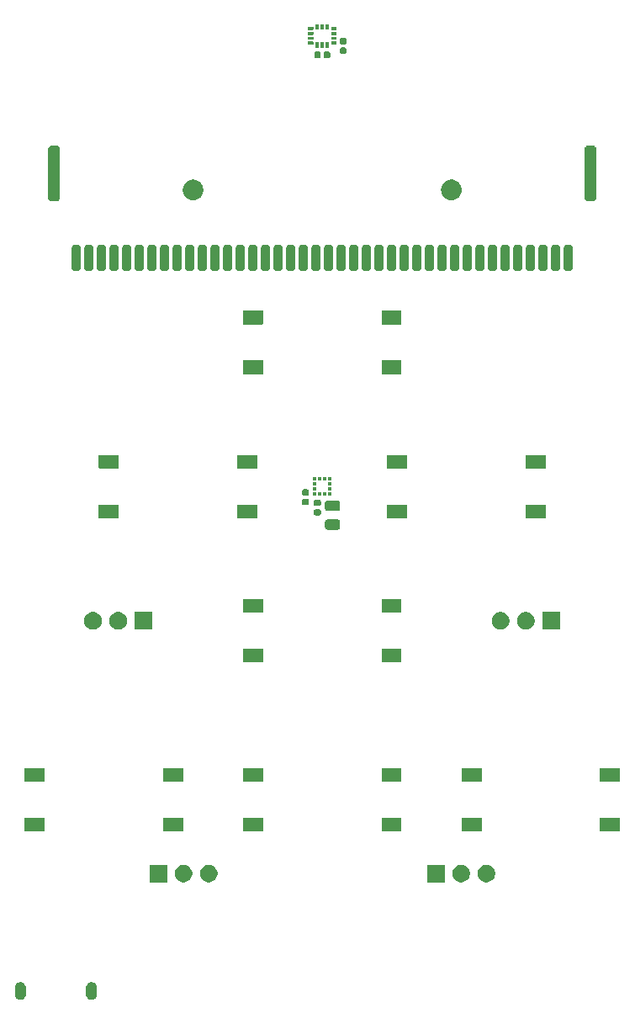
<source format=gbr>
%TF.GenerationSoftware,KiCad,Pcbnew,9.0.1-1.fc42*%
%TF.CreationDate,2025-04-23T08:50:20-04:00*%
%TF.ProjectId,roversa2,726f7665-7273-4613-922e-6b696361645f,rev?*%
%TF.SameCoordinates,Original*%
%TF.FileFunction,Soldermask,Top*%
%TF.FilePolarity,Negative*%
%FSLAX46Y46*%
G04 Gerber Fmt 4.6, Leading zero omitted, Abs format (unit mm)*
G04 Created by KiCad (PCBNEW 9.0.1-1.fc42) date 2025-04-23 08:50:20*
%MOMM*%
%LPD*%
G01*
G04 APERTURE LIST*
G04 APERTURE END LIST*
G36*
X69703684Y-146924853D02*
G01*
X69825314Y-146995076D01*
X69924624Y-147094386D01*
X69994847Y-147216016D01*
X70031197Y-147351677D01*
X70035800Y-147421900D01*
X70035800Y-148121900D01*
X70031197Y-148192123D01*
X69994847Y-148327784D01*
X69924624Y-148449414D01*
X69825314Y-148548724D01*
X69703684Y-148618947D01*
X69568023Y-148655297D01*
X69427577Y-148655297D01*
X69291916Y-148618947D01*
X69170286Y-148548724D01*
X69070976Y-148449414D01*
X69000753Y-148327784D01*
X68964403Y-148192123D01*
X68959800Y-148121900D01*
X68959800Y-147421900D01*
X68964403Y-147351677D01*
X69000753Y-147216016D01*
X69070976Y-147094386D01*
X69170286Y-146995076D01*
X69291916Y-146924853D01*
X69427577Y-146888503D01*
X69568023Y-146888503D01*
X69703684Y-146924853D01*
G37*
G36*
X76853684Y-146924853D02*
G01*
X76975314Y-146995076D01*
X77074624Y-147094386D01*
X77144847Y-147216016D01*
X77181197Y-147351677D01*
X77185800Y-147421900D01*
X77185800Y-148121900D01*
X77181197Y-148192123D01*
X77144847Y-148327784D01*
X77074624Y-148449414D01*
X76975314Y-148548724D01*
X76853684Y-148618947D01*
X76718023Y-148655297D01*
X76577577Y-148655297D01*
X76441916Y-148618947D01*
X76320286Y-148548724D01*
X76220976Y-148449414D01*
X76150753Y-148327784D01*
X76114403Y-148192123D01*
X76109800Y-148121900D01*
X76109800Y-147421900D01*
X76114403Y-147351677D01*
X76150753Y-147216016D01*
X76220976Y-147094386D01*
X76320286Y-146995076D01*
X76441916Y-146924853D01*
X76577577Y-146888503D01*
X76718023Y-146888503D01*
X76853684Y-146924853D01*
G37*
G36*
X84237342Y-135086793D02*
G01*
X84249670Y-135095030D01*
X84257907Y-135107358D01*
X84260800Y-135121900D01*
X84260800Y-136821900D01*
X84257907Y-136836442D01*
X84249670Y-136848770D01*
X84237342Y-136857007D01*
X84222800Y-136859900D01*
X82522800Y-136859900D01*
X82508258Y-136857007D01*
X82495930Y-136848770D01*
X82487693Y-136836442D01*
X82484800Y-136821900D01*
X82484800Y-135121900D01*
X82487693Y-135107358D01*
X82495930Y-135095030D01*
X82508258Y-135086793D01*
X82522800Y-135083900D01*
X84222800Y-135083900D01*
X84237342Y-135086793D01*
G37*
G36*
X112187342Y-135086793D02*
G01*
X112199670Y-135095030D01*
X112207907Y-135107358D01*
X112210800Y-135121900D01*
X112210800Y-136821900D01*
X112207907Y-136836442D01*
X112199670Y-136848770D01*
X112187342Y-136857007D01*
X112172800Y-136859900D01*
X110472800Y-136859900D01*
X110458258Y-136857007D01*
X110445930Y-136848770D01*
X110437693Y-136836442D01*
X110434800Y-136821900D01*
X110434800Y-135121900D01*
X110437693Y-135107358D01*
X110445930Y-135095030D01*
X110458258Y-135086793D01*
X110472800Y-135083900D01*
X112172800Y-135083900D01*
X112187342Y-135086793D01*
G37*
G36*
X86170573Y-135122137D02*
G01*
X86331400Y-135188754D01*
X86476141Y-135285467D01*
X86599233Y-135408559D01*
X86695946Y-135553300D01*
X86762563Y-135714127D01*
X86796524Y-135884861D01*
X86796524Y-136058939D01*
X86762563Y-136229673D01*
X86695946Y-136390500D01*
X86599233Y-136535241D01*
X86476141Y-136658333D01*
X86331400Y-136755046D01*
X86170573Y-136821663D01*
X85999839Y-136855624D01*
X85825761Y-136855624D01*
X85655027Y-136821663D01*
X85494200Y-136755046D01*
X85349459Y-136658333D01*
X85226367Y-136535241D01*
X85129654Y-136390500D01*
X85063037Y-136229673D01*
X85029076Y-136058939D01*
X85029076Y-135884861D01*
X85063037Y-135714127D01*
X85129654Y-135553300D01*
X85226367Y-135408559D01*
X85349459Y-135285467D01*
X85494200Y-135188754D01*
X85655027Y-135122137D01*
X85825761Y-135088176D01*
X85999839Y-135088176D01*
X86170573Y-135122137D01*
G37*
G36*
X88710573Y-135122137D02*
G01*
X88871400Y-135188754D01*
X89016141Y-135285467D01*
X89139233Y-135408559D01*
X89235946Y-135553300D01*
X89302563Y-135714127D01*
X89336524Y-135884861D01*
X89336524Y-136058939D01*
X89302563Y-136229673D01*
X89235946Y-136390500D01*
X89139233Y-136535241D01*
X89016141Y-136658333D01*
X88871400Y-136755046D01*
X88710573Y-136821663D01*
X88539839Y-136855624D01*
X88365761Y-136855624D01*
X88195027Y-136821663D01*
X88034200Y-136755046D01*
X87889459Y-136658333D01*
X87766367Y-136535241D01*
X87669654Y-136390500D01*
X87603037Y-136229673D01*
X87569076Y-136058939D01*
X87569076Y-135884861D01*
X87603037Y-135714127D01*
X87669654Y-135553300D01*
X87766367Y-135408559D01*
X87889459Y-135285467D01*
X88034200Y-135188754D01*
X88195027Y-135122137D01*
X88365761Y-135088176D01*
X88539839Y-135088176D01*
X88710573Y-135122137D01*
G37*
G36*
X114120573Y-135122137D02*
G01*
X114281400Y-135188754D01*
X114426141Y-135285467D01*
X114549233Y-135408559D01*
X114645946Y-135553300D01*
X114712563Y-135714127D01*
X114746524Y-135884861D01*
X114746524Y-136058939D01*
X114712563Y-136229673D01*
X114645946Y-136390500D01*
X114549233Y-136535241D01*
X114426141Y-136658333D01*
X114281400Y-136755046D01*
X114120573Y-136821663D01*
X113949839Y-136855624D01*
X113775761Y-136855624D01*
X113605027Y-136821663D01*
X113444200Y-136755046D01*
X113299459Y-136658333D01*
X113176367Y-136535241D01*
X113079654Y-136390500D01*
X113013037Y-136229673D01*
X112979076Y-136058939D01*
X112979076Y-135884861D01*
X113013037Y-135714127D01*
X113079654Y-135553300D01*
X113176367Y-135408559D01*
X113299459Y-135285467D01*
X113444200Y-135188754D01*
X113605027Y-135122137D01*
X113775761Y-135088176D01*
X113949839Y-135088176D01*
X114120573Y-135122137D01*
G37*
G36*
X116660573Y-135122137D02*
G01*
X116821400Y-135188754D01*
X116966141Y-135285467D01*
X117089233Y-135408559D01*
X117185946Y-135553300D01*
X117252563Y-135714127D01*
X117286524Y-135884861D01*
X117286524Y-136058939D01*
X117252563Y-136229673D01*
X117185946Y-136390500D01*
X117089233Y-136535241D01*
X116966141Y-136658333D01*
X116821400Y-136755046D01*
X116660573Y-136821663D01*
X116489839Y-136855624D01*
X116315761Y-136855624D01*
X116145027Y-136821663D01*
X115984200Y-136755046D01*
X115839459Y-136658333D01*
X115716367Y-136535241D01*
X115619654Y-136390500D01*
X115553037Y-136229673D01*
X115519076Y-136058939D01*
X115519076Y-135884861D01*
X115553037Y-135714127D01*
X115619654Y-135553300D01*
X115716367Y-135408559D01*
X115839459Y-135285467D01*
X115984200Y-135188754D01*
X116145027Y-135122137D01*
X116315761Y-135088176D01*
X116489839Y-135088176D01*
X116660573Y-135122137D01*
G37*
G36*
X71887342Y-130336793D02*
G01*
X71899670Y-130345030D01*
X71907907Y-130357358D01*
X71910800Y-130371900D01*
X71910800Y-131671900D01*
X71907907Y-131686442D01*
X71899670Y-131698770D01*
X71887342Y-131707007D01*
X71872800Y-131709900D01*
X69922800Y-131709900D01*
X69908258Y-131707007D01*
X69895930Y-131698770D01*
X69887693Y-131686442D01*
X69884800Y-131671900D01*
X69884800Y-130371900D01*
X69887693Y-130357358D01*
X69895930Y-130345030D01*
X69908258Y-130336793D01*
X69922800Y-130333900D01*
X71872800Y-130333900D01*
X71887342Y-130336793D01*
G37*
G36*
X85837342Y-130336793D02*
G01*
X85849670Y-130345030D01*
X85857907Y-130357358D01*
X85860800Y-130371900D01*
X85860800Y-131671900D01*
X85857907Y-131686442D01*
X85849670Y-131698770D01*
X85837342Y-131707007D01*
X85822800Y-131709900D01*
X83872800Y-131709900D01*
X83858258Y-131707007D01*
X83845930Y-131698770D01*
X83837693Y-131686442D01*
X83834800Y-131671900D01*
X83834800Y-130371900D01*
X83837693Y-130357358D01*
X83845930Y-130345030D01*
X83858258Y-130336793D01*
X83872800Y-130333900D01*
X85822800Y-130333900D01*
X85837342Y-130336793D01*
G37*
G36*
X93887342Y-130336793D02*
G01*
X93899670Y-130345030D01*
X93907907Y-130357358D01*
X93910800Y-130371900D01*
X93910800Y-131671900D01*
X93907907Y-131686442D01*
X93899670Y-131698770D01*
X93887342Y-131707007D01*
X93872800Y-131709900D01*
X91922800Y-131709900D01*
X91908258Y-131707007D01*
X91895930Y-131698770D01*
X91887693Y-131686442D01*
X91884800Y-131671900D01*
X91884800Y-130371900D01*
X91887693Y-130357358D01*
X91895930Y-130345030D01*
X91908258Y-130336793D01*
X91922800Y-130333900D01*
X93872800Y-130333900D01*
X93887342Y-130336793D01*
G37*
G36*
X107837342Y-130336793D02*
G01*
X107849670Y-130345030D01*
X107857907Y-130357358D01*
X107860800Y-130371900D01*
X107860800Y-131671900D01*
X107857907Y-131686442D01*
X107849670Y-131698770D01*
X107837342Y-131707007D01*
X107822800Y-131709900D01*
X105872800Y-131709900D01*
X105858258Y-131707007D01*
X105845930Y-131698770D01*
X105837693Y-131686442D01*
X105834800Y-131671900D01*
X105834800Y-130371900D01*
X105837693Y-130357358D01*
X105845930Y-130345030D01*
X105858258Y-130336793D01*
X105872800Y-130333900D01*
X107822800Y-130333900D01*
X107837342Y-130336793D01*
G37*
G36*
X115887342Y-130336793D02*
G01*
X115899670Y-130345030D01*
X115907907Y-130357358D01*
X115910800Y-130371900D01*
X115910800Y-131671900D01*
X115907907Y-131686442D01*
X115899670Y-131698770D01*
X115887342Y-131707007D01*
X115872800Y-131709900D01*
X113922800Y-131709900D01*
X113908258Y-131707007D01*
X113895930Y-131698770D01*
X113887693Y-131686442D01*
X113884800Y-131671900D01*
X113884800Y-130371900D01*
X113887693Y-130357358D01*
X113895930Y-130345030D01*
X113908258Y-130336793D01*
X113922800Y-130333900D01*
X115872800Y-130333900D01*
X115887342Y-130336793D01*
G37*
G36*
X129837342Y-130336793D02*
G01*
X129849670Y-130345030D01*
X129857907Y-130357358D01*
X129860800Y-130371900D01*
X129860800Y-131671900D01*
X129857907Y-131686442D01*
X129849670Y-131698770D01*
X129837342Y-131707007D01*
X129822800Y-131709900D01*
X127872800Y-131709900D01*
X127858258Y-131707007D01*
X127845930Y-131698770D01*
X127837693Y-131686442D01*
X127834800Y-131671900D01*
X127834800Y-130371900D01*
X127837693Y-130357358D01*
X127845930Y-130345030D01*
X127858258Y-130336793D01*
X127872800Y-130333900D01*
X129822800Y-130333900D01*
X129837342Y-130336793D01*
G37*
G36*
X71887342Y-125336793D02*
G01*
X71899670Y-125345030D01*
X71907907Y-125357358D01*
X71910800Y-125371900D01*
X71910800Y-126671900D01*
X71907907Y-126686442D01*
X71899670Y-126698770D01*
X71887342Y-126707007D01*
X71872800Y-126709900D01*
X69922800Y-126709900D01*
X69908258Y-126707007D01*
X69895930Y-126698770D01*
X69887693Y-126686442D01*
X69884800Y-126671900D01*
X69884800Y-125371900D01*
X69887693Y-125357358D01*
X69895930Y-125345030D01*
X69908258Y-125336793D01*
X69922800Y-125333900D01*
X71872800Y-125333900D01*
X71887342Y-125336793D01*
G37*
G36*
X85837342Y-125336793D02*
G01*
X85849670Y-125345030D01*
X85857907Y-125357358D01*
X85860800Y-125371900D01*
X85860800Y-126671900D01*
X85857907Y-126686442D01*
X85849670Y-126698770D01*
X85837342Y-126707007D01*
X85822800Y-126709900D01*
X83872800Y-126709900D01*
X83858258Y-126707007D01*
X83845930Y-126698770D01*
X83837693Y-126686442D01*
X83834800Y-126671900D01*
X83834800Y-125371900D01*
X83837693Y-125357358D01*
X83845930Y-125345030D01*
X83858258Y-125336793D01*
X83872800Y-125333900D01*
X85822800Y-125333900D01*
X85837342Y-125336793D01*
G37*
G36*
X93887342Y-125336793D02*
G01*
X93899670Y-125345030D01*
X93907907Y-125357358D01*
X93910800Y-125371900D01*
X93910800Y-126671900D01*
X93907907Y-126686442D01*
X93899670Y-126698770D01*
X93887342Y-126707007D01*
X93872800Y-126709900D01*
X91922800Y-126709900D01*
X91908258Y-126707007D01*
X91895930Y-126698770D01*
X91887693Y-126686442D01*
X91884800Y-126671900D01*
X91884800Y-125371900D01*
X91887693Y-125357358D01*
X91895930Y-125345030D01*
X91908258Y-125336793D01*
X91922800Y-125333900D01*
X93872800Y-125333900D01*
X93887342Y-125336793D01*
G37*
G36*
X107837342Y-125336793D02*
G01*
X107849670Y-125345030D01*
X107857907Y-125357358D01*
X107860800Y-125371900D01*
X107860800Y-126671900D01*
X107857907Y-126686442D01*
X107849670Y-126698770D01*
X107837342Y-126707007D01*
X107822800Y-126709900D01*
X105872800Y-126709900D01*
X105858258Y-126707007D01*
X105845930Y-126698770D01*
X105837693Y-126686442D01*
X105834800Y-126671900D01*
X105834800Y-125371900D01*
X105837693Y-125357358D01*
X105845930Y-125345030D01*
X105858258Y-125336793D01*
X105872800Y-125333900D01*
X107822800Y-125333900D01*
X107837342Y-125336793D01*
G37*
G36*
X115887342Y-125336793D02*
G01*
X115899670Y-125345030D01*
X115907907Y-125357358D01*
X115910800Y-125371900D01*
X115910800Y-126671900D01*
X115907907Y-126686442D01*
X115899670Y-126698770D01*
X115887342Y-126707007D01*
X115872800Y-126709900D01*
X113922800Y-126709900D01*
X113908258Y-126707007D01*
X113895930Y-126698770D01*
X113887693Y-126686442D01*
X113884800Y-126671900D01*
X113884800Y-125371900D01*
X113887693Y-125357358D01*
X113895930Y-125345030D01*
X113908258Y-125336793D01*
X113922800Y-125333900D01*
X115872800Y-125333900D01*
X115887342Y-125336793D01*
G37*
G36*
X129837342Y-125336793D02*
G01*
X129849670Y-125345030D01*
X129857907Y-125357358D01*
X129860800Y-125371900D01*
X129860800Y-126671900D01*
X129857907Y-126686442D01*
X129849670Y-126698770D01*
X129837342Y-126707007D01*
X129822800Y-126709900D01*
X127872800Y-126709900D01*
X127858258Y-126707007D01*
X127845930Y-126698770D01*
X127837693Y-126686442D01*
X127834800Y-126671900D01*
X127834800Y-125371900D01*
X127837693Y-125357358D01*
X127845930Y-125345030D01*
X127858258Y-125336793D01*
X127872800Y-125333900D01*
X129822800Y-125333900D01*
X129837342Y-125336793D01*
G37*
G36*
X93887342Y-113336793D02*
G01*
X93899670Y-113345030D01*
X93907907Y-113357358D01*
X93910800Y-113371900D01*
X93910800Y-114671900D01*
X93907907Y-114686442D01*
X93899670Y-114698770D01*
X93887342Y-114707007D01*
X93872800Y-114709900D01*
X91922800Y-114709900D01*
X91908258Y-114707007D01*
X91895930Y-114698770D01*
X91887693Y-114686442D01*
X91884800Y-114671900D01*
X91884800Y-113371900D01*
X91887693Y-113357358D01*
X91895930Y-113345030D01*
X91908258Y-113336793D01*
X91922800Y-113333900D01*
X93872800Y-113333900D01*
X93887342Y-113336793D01*
G37*
G36*
X107837342Y-113336793D02*
G01*
X107849670Y-113345030D01*
X107857907Y-113357358D01*
X107860800Y-113371900D01*
X107860800Y-114671900D01*
X107857907Y-114686442D01*
X107849670Y-114698770D01*
X107837342Y-114707007D01*
X107822800Y-114709900D01*
X105872800Y-114709900D01*
X105858258Y-114707007D01*
X105845930Y-114698770D01*
X105837693Y-114686442D01*
X105834800Y-114671900D01*
X105834800Y-113371900D01*
X105837693Y-113357358D01*
X105845930Y-113345030D01*
X105858258Y-113336793D01*
X105872800Y-113333900D01*
X107822800Y-113333900D01*
X107837342Y-113336793D01*
G37*
G36*
X82737342Y-109636793D02*
G01*
X82749670Y-109645030D01*
X82757907Y-109657358D01*
X82760800Y-109671900D01*
X82760800Y-111371900D01*
X82757907Y-111386442D01*
X82749670Y-111398770D01*
X82737342Y-111407007D01*
X82722800Y-111409900D01*
X81022800Y-111409900D01*
X81008258Y-111407007D01*
X80995930Y-111398770D01*
X80987693Y-111386442D01*
X80984800Y-111371900D01*
X80984800Y-109671900D01*
X80987693Y-109657358D01*
X80995930Y-109645030D01*
X81008258Y-109636793D01*
X81022800Y-109633900D01*
X82722800Y-109633900D01*
X82737342Y-109636793D01*
G37*
G36*
X123787342Y-109636793D02*
G01*
X123799670Y-109645030D01*
X123807907Y-109657358D01*
X123810800Y-109671900D01*
X123810800Y-111371900D01*
X123807907Y-111386442D01*
X123799670Y-111398770D01*
X123787342Y-111407007D01*
X123772800Y-111409900D01*
X122072800Y-111409900D01*
X122058258Y-111407007D01*
X122045930Y-111398770D01*
X122037693Y-111386442D01*
X122034800Y-111371900D01*
X122034800Y-109671900D01*
X122037693Y-109657358D01*
X122045930Y-109645030D01*
X122058258Y-109636793D01*
X122072800Y-109633900D01*
X123772800Y-109633900D01*
X123787342Y-109636793D01*
G37*
G36*
X77050573Y-109672137D02*
G01*
X77211400Y-109738754D01*
X77356141Y-109835467D01*
X77479233Y-109958559D01*
X77575946Y-110103300D01*
X77642563Y-110264127D01*
X77676524Y-110434861D01*
X77676524Y-110608939D01*
X77642563Y-110779673D01*
X77575946Y-110940500D01*
X77479233Y-111085241D01*
X77356141Y-111208333D01*
X77211400Y-111305046D01*
X77050573Y-111371663D01*
X76879839Y-111405624D01*
X76705761Y-111405624D01*
X76535027Y-111371663D01*
X76374200Y-111305046D01*
X76229459Y-111208333D01*
X76106367Y-111085241D01*
X76009654Y-110940500D01*
X75943037Y-110779673D01*
X75909076Y-110608939D01*
X75909076Y-110434861D01*
X75943037Y-110264127D01*
X76009654Y-110103300D01*
X76106367Y-109958559D01*
X76229459Y-109835467D01*
X76374200Y-109738754D01*
X76535027Y-109672137D01*
X76705761Y-109638176D01*
X76879839Y-109638176D01*
X77050573Y-109672137D01*
G37*
G36*
X79590573Y-109672137D02*
G01*
X79751400Y-109738754D01*
X79896141Y-109835467D01*
X80019233Y-109958559D01*
X80115946Y-110103300D01*
X80182563Y-110264127D01*
X80216524Y-110434861D01*
X80216524Y-110608939D01*
X80182563Y-110779673D01*
X80115946Y-110940500D01*
X80019233Y-111085241D01*
X79896141Y-111208333D01*
X79751400Y-111305046D01*
X79590573Y-111371663D01*
X79419839Y-111405624D01*
X79245761Y-111405624D01*
X79075027Y-111371663D01*
X78914200Y-111305046D01*
X78769459Y-111208333D01*
X78646367Y-111085241D01*
X78549654Y-110940500D01*
X78483037Y-110779673D01*
X78449076Y-110608939D01*
X78449076Y-110434861D01*
X78483037Y-110264127D01*
X78549654Y-110103300D01*
X78646367Y-109958559D01*
X78769459Y-109835467D01*
X78914200Y-109738754D01*
X79075027Y-109672137D01*
X79245761Y-109638176D01*
X79419839Y-109638176D01*
X79590573Y-109672137D01*
G37*
G36*
X118100573Y-109672137D02*
G01*
X118261400Y-109738754D01*
X118406141Y-109835467D01*
X118529233Y-109958559D01*
X118625946Y-110103300D01*
X118692563Y-110264127D01*
X118726524Y-110434861D01*
X118726524Y-110608939D01*
X118692563Y-110779673D01*
X118625946Y-110940500D01*
X118529233Y-111085241D01*
X118406141Y-111208333D01*
X118261400Y-111305046D01*
X118100573Y-111371663D01*
X117929839Y-111405624D01*
X117755761Y-111405624D01*
X117585027Y-111371663D01*
X117424200Y-111305046D01*
X117279459Y-111208333D01*
X117156367Y-111085241D01*
X117059654Y-110940500D01*
X116993037Y-110779673D01*
X116959076Y-110608939D01*
X116959076Y-110434861D01*
X116993037Y-110264127D01*
X117059654Y-110103300D01*
X117156367Y-109958559D01*
X117279459Y-109835467D01*
X117424200Y-109738754D01*
X117585027Y-109672137D01*
X117755761Y-109638176D01*
X117929839Y-109638176D01*
X118100573Y-109672137D01*
G37*
G36*
X120640573Y-109672137D02*
G01*
X120801400Y-109738754D01*
X120946141Y-109835467D01*
X121069233Y-109958559D01*
X121165946Y-110103300D01*
X121232563Y-110264127D01*
X121266524Y-110434861D01*
X121266524Y-110608939D01*
X121232563Y-110779673D01*
X121165946Y-110940500D01*
X121069233Y-111085241D01*
X120946141Y-111208333D01*
X120801400Y-111305046D01*
X120640573Y-111371663D01*
X120469839Y-111405624D01*
X120295761Y-111405624D01*
X120125027Y-111371663D01*
X119964200Y-111305046D01*
X119819459Y-111208333D01*
X119696367Y-111085241D01*
X119599654Y-110940500D01*
X119533037Y-110779673D01*
X119499076Y-110608939D01*
X119499076Y-110434861D01*
X119533037Y-110264127D01*
X119599654Y-110103300D01*
X119696367Y-109958559D01*
X119819459Y-109835467D01*
X119964200Y-109738754D01*
X120125027Y-109672137D01*
X120295761Y-109638176D01*
X120469839Y-109638176D01*
X120640573Y-109672137D01*
G37*
G36*
X93887342Y-108336793D02*
G01*
X93899670Y-108345030D01*
X93907907Y-108357358D01*
X93910800Y-108371900D01*
X93910800Y-109671900D01*
X93907907Y-109686442D01*
X93899670Y-109698770D01*
X93887342Y-109707007D01*
X93872800Y-109709900D01*
X91922800Y-109709900D01*
X91908258Y-109707007D01*
X91895930Y-109698770D01*
X91887693Y-109686442D01*
X91884800Y-109671900D01*
X91884800Y-108371900D01*
X91887693Y-108357358D01*
X91895930Y-108345030D01*
X91908258Y-108336793D01*
X91922800Y-108333900D01*
X93872800Y-108333900D01*
X93887342Y-108336793D01*
G37*
G36*
X107837342Y-108336793D02*
G01*
X107849670Y-108345030D01*
X107857907Y-108357358D01*
X107860800Y-108371900D01*
X107860800Y-109671900D01*
X107857907Y-109686442D01*
X107849670Y-109698770D01*
X107837342Y-109707007D01*
X107822800Y-109709900D01*
X105872800Y-109709900D01*
X105858258Y-109707007D01*
X105845930Y-109698770D01*
X105837693Y-109686442D01*
X105834800Y-109671900D01*
X105834800Y-108371900D01*
X105837693Y-108357358D01*
X105845930Y-108345030D01*
X105858258Y-108336793D01*
X105872800Y-108333900D01*
X107822800Y-108333900D01*
X107837342Y-108336793D01*
G37*
G36*
X101455138Y-100317850D02*
G01*
X101459853Y-100319932D01*
X101462526Y-100320284D01*
X101495970Y-100335879D01*
X101551959Y-100360601D01*
X101626799Y-100435441D01*
X101651530Y-100491451D01*
X101667115Y-100524873D01*
X101667466Y-100527543D01*
X101669550Y-100532262D01*
X101677200Y-100598200D01*
X101677200Y-101098200D01*
X101669550Y-101164138D01*
X101667466Y-101168856D01*
X101667115Y-101171526D01*
X101651538Y-101204930D01*
X101626799Y-101260959D01*
X101551959Y-101335799D01*
X101495930Y-101360538D01*
X101462526Y-101376115D01*
X101459856Y-101376466D01*
X101455138Y-101378550D01*
X101389200Y-101386200D01*
X100439200Y-101386200D01*
X100373262Y-101378550D01*
X100368543Y-101376466D01*
X100365873Y-101376115D01*
X100332451Y-101360530D01*
X100276441Y-101335799D01*
X100201601Y-101260959D01*
X100176879Y-101204970D01*
X100161284Y-101171526D01*
X100160932Y-101168853D01*
X100158850Y-101164138D01*
X100151200Y-101098200D01*
X100151200Y-100598200D01*
X100158850Y-100532262D01*
X100160932Y-100527546D01*
X100161284Y-100524873D01*
X100176887Y-100491410D01*
X100201601Y-100435441D01*
X100276441Y-100360601D01*
X100332410Y-100335887D01*
X100365873Y-100320284D01*
X100368546Y-100319932D01*
X100373262Y-100317850D01*
X100439200Y-100310200D01*
X101389200Y-100310200D01*
X101455138Y-100317850D01*
G37*
G36*
X79387342Y-98836793D02*
G01*
X79399670Y-98845030D01*
X79407907Y-98857358D01*
X79410800Y-98871900D01*
X79410800Y-100171900D01*
X79407907Y-100186442D01*
X79399670Y-100198770D01*
X79387342Y-100207007D01*
X79372800Y-100209900D01*
X77422800Y-100209900D01*
X77408258Y-100207007D01*
X77395930Y-100198770D01*
X77387693Y-100186442D01*
X77384800Y-100171900D01*
X77384800Y-98871900D01*
X77387693Y-98857358D01*
X77395930Y-98845030D01*
X77408258Y-98836793D01*
X77422800Y-98833900D01*
X79372800Y-98833900D01*
X79387342Y-98836793D01*
G37*
G36*
X93337342Y-98836793D02*
G01*
X93349670Y-98845030D01*
X93357907Y-98857358D01*
X93360800Y-98871900D01*
X93360800Y-100171900D01*
X93357907Y-100186442D01*
X93349670Y-100198770D01*
X93337342Y-100207007D01*
X93322800Y-100209900D01*
X91372800Y-100209900D01*
X91358258Y-100207007D01*
X91345930Y-100198770D01*
X91337693Y-100186442D01*
X91334800Y-100171900D01*
X91334800Y-98871900D01*
X91337693Y-98857358D01*
X91345930Y-98845030D01*
X91358258Y-98836793D01*
X91372800Y-98833900D01*
X93322800Y-98833900D01*
X93337342Y-98836793D01*
G37*
G36*
X108387342Y-98836793D02*
G01*
X108399670Y-98845030D01*
X108407907Y-98857358D01*
X108410800Y-98871900D01*
X108410800Y-100171900D01*
X108407907Y-100186442D01*
X108399670Y-100198770D01*
X108387342Y-100207007D01*
X108372800Y-100209900D01*
X106422800Y-100209900D01*
X106408258Y-100207007D01*
X106395930Y-100198770D01*
X106387693Y-100186442D01*
X106384800Y-100171900D01*
X106384800Y-98871900D01*
X106387693Y-98857358D01*
X106395930Y-98845030D01*
X106408258Y-98836793D01*
X106422800Y-98833900D01*
X108372800Y-98833900D01*
X108387342Y-98836793D01*
G37*
G36*
X122337342Y-98836793D02*
G01*
X122349670Y-98845030D01*
X122357907Y-98857358D01*
X122360800Y-98871900D01*
X122360800Y-100171900D01*
X122357907Y-100186442D01*
X122349670Y-100198770D01*
X122337342Y-100207007D01*
X122322800Y-100209900D01*
X120372800Y-100209900D01*
X120358258Y-100207007D01*
X120345930Y-100198770D01*
X120337693Y-100186442D01*
X120334800Y-100171900D01*
X120334800Y-98871900D01*
X120337693Y-98857358D01*
X120345930Y-98845030D01*
X120358258Y-98836793D01*
X120372800Y-98833900D01*
X122322800Y-98833900D01*
X122337342Y-98836793D01*
G37*
G36*
X99628318Y-99311749D02*
G01*
X99686065Y-99350335D01*
X99724651Y-99408082D01*
X99738200Y-99476200D01*
X99738200Y-99756200D01*
X99724651Y-99824318D01*
X99686065Y-99882065D01*
X99628318Y-99920651D01*
X99560200Y-99934200D01*
X99220200Y-99934200D01*
X99152082Y-99920651D01*
X99094335Y-99882065D01*
X99055749Y-99824318D01*
X99042200Y-99756200D01*
X99042200Y-99476200D01*
X99055749Y-99408082D01*
X99094335Y-99350335D01*
X99152082Y-99311749D01*
X99220200Y-99298200D01*
X99560200Y-99298200D01*
X99628318Y-99311749D01*
G37*
G36*
X101455138Y-98417850D02*
G01*
X101459853Y-98419932D01*
X101462526Y-98420284D01*
X101495970Y-98435879D01*
X101551959Y-98460601D01*
X101626799Y-98535441D01*
X101651530Y-98591451D01*
X101667115Y-98624873D01*
X101667466Y-98627543D01*
X101669550Y-98632262D01*
X101677200Y-98698200D01*
X101677200Y-99198200D01*
X101669550Y-99264138D01*
X101667466Y-99268856D01*
X101667115Y-99271526D01*
X101651538Y-99304930D01*
X101626799Y-99360959D01*
X101551959Y-99435799D01*
X101495930Y-99460538D01*
X101462526Y-99476115D01*
X101459856Y-99476466D01*
X101455138Y-99478550D01*
X101389200Y-99486200D01*
X100439200Y-99486200D01*
X100373262Y-99478550D01*
X100368543Y-99476466D01*
X100365873Y-99476115D01*
X100332451Y-99460530D01*
X100276441Y-99435799D01*
X100201601Y-99360959D01*
X100176879Y-99304970D01*
X100161284Y-99271526D01*
X100160932Y-99268853D01*
X100158850Y-99264138D01*
X100151200Y-99198200D01*
X100151200Y-98698200D01*
X100158850Y-98632262D01*
X100160932Y-98627546D01*
X100161284Y-98624873D01*
X100176887Y-98591410D01*
X100201601Y-98535441D01*
X100276441Y-98460601D01*
X100332410Y-98435887D01*
X100365873Y-98420284D01*
X100368546Y-98419932D01*
X100373262Y-98417850D01*
X100439200Y-98410200D01*
X101389200Y-98410200D01*
X101455138Y-98417850D01*
G37*
G36*
X99628318Y-98351749D02*
G01*
X99686065Y-98390335D01*
X99724651Y-98448082D01*
X99738200Y-98516200D01*
X99738200Y-98796200D01*
X99724651Y-98864318D01*
X99686065Y-98922065D01*
X99628318Y-98960651D01*
X99560200Y-98974200D01*
X99220200Y-98974200D01*
X99152082Y-98960651D01*
X99094335Y-98922065D01*
X99055749Y-98864318D01*
X99042200Y-98796200D01*
X99042200Y-98516200D01*
X99055749Y-98448082D01*
X99094335Y-98390335D01*
X99152082Y-98351749D01*
X99220200Y-98338200D01*
X99560200Y-98338200D01*
X99628318Y-98351749D01*
G37*
G36*
X98434518Y-98267049D02*
G01*
X98492265Y-98305635D01*
X98530851Y-98363382D01*
X98544400Y-98431500D01*
X98544400Y-98711500D01*
X98530851Y-98779618D01*
X98492265Y-98837365D01*
X98434518Y-98875951D01*
X98366400Y-98889500D01*
X98026400Y-98889500D01*
X97958282Y-98875951D01*
X97900535Y-98837365D01*
X97861949Y-98779618D01*
X97848400Y-98711500D01*
X97848400Y-98431500D01*
X97861949Y-98363382D01*
X97900535Y-98305635D01*
X97958282Y-98267049D01*
X98026400Y-98253500D01*
X98366400Y-98253500D01*
X98434518Y-98267049D01*
G37*
G36*
X99762342Y-97611793D02*
G01*
X99774670Y-97620030D01*
X99782907Y-97632358D01*
X99785800Y-97646900D01*
X99785800Y-97921900D01*
X99782907Y-97936442D01*
X99774670Y-97948770D01*
X99762342Y-97957007D01*
X99747800Y-97959900D01*
X99497800Y-97959900D01*
X99483258Y-97957007D01*
X99470930Y-97948770D01*
X99462693Y-97936442D01*
X99459800Y-97921900D01*
X99459800Y-97646900D01*
X99462693Y-97632358D01*
X99470930Y-97620030D01*
X99483258Y-97611793D01*
X99497800Y-97608900D01*
X99747800Y-97608900D01*
X99762342Y-97611793D01*
G37*
G36*
X100262342Y-97611793D02*
G01*
X100274670Y-97620030D01*
X100282907Y-97632358D01*
X100285800Y-97646900D01*
X100285800Y-97921900D01*
X100282907Y-97936442D01*
X100274670Y-97948770D01*
X100262342Y-97957007D01*
X100247800Y-97959900D01*
X99997800Y-97959900D01*
X99983258Y-97957007D01*
X99970930Y-97948770D01*
X99962693Y-97936442D01*
X99959800Y-97921900D01*
X99959800Y-97646900D01*
X99962693Y-97632358D01*
X99970930Y-97620030D01*
X99983258Y-97611793D01*
X99997800Y-97608900D01*
X100247800Y-97608900D01*
X100262342Y-97611793D01*
G37*
G36*
X99262342Y-97611793D02*
G01*
X99274670Y-97620030D01*
X99282907Y-97632358D01*
X99285800Y-97646900D01*
X99285800Y-97896900D01*
X99282907Y-97911442D01*
X99274670Y-97923770D01*
X99262342Y-97932007D01*
X99247800Y-97934900D01*
X98972800Y-97934900D01*
X98958258Y-97932007D01*
X98945930Y-97923770D01*
X98937693Y-97911442D01*
X98934800Y-97896900D01*
X98934800Y-97646900D01*
X98937693Y-97632358D01*
X98945930Y-97620030D01*
X98958258Y-97611793D01*
X98972800Y-97608900D01*
X99247800Y-97608900D01*
X99262342Y-97611793D01*
G37*
G36*
X100787342Y-97611793D02*
G01*
X100799670Y-97620030D01*
X100807907Y-97632358D01*
X100810800Y-97646900D01*
X100810800Y-97896900D01*
X100807907Y-97911442D01*
X100799670Y-97923770D01*
X100787342Y-97932007D01*
X100772800Y-97934900D01*
X100497800Y-97934900D01*
X100483258Y-97932007D01*
X100470930Y-97923770D01*
X100462693Y-97911442D01*
X100459800Y-97896900D01*
X100459800Y-97646900D01*
X100462693Y-97632358D01*
X100470930Y-97620030D01*
X100483258Y-97611793D01*
X100497800Y-97608900D01*
X100772800Y-97608900D01*
X100787342Y-97611793D01*
G37*
G36*
X98434518Y-97307049D02*
G01*
X98492265Y-97345635D01*
X98530851Y-97403382D01*
X98544400Y-97471500D01*
X98544400Y-97751500D01*
X98530851Y-97819618D01*
X98492265Y-97877365D01*
X98434518Y-97915951D01*
X98366400Y-97929500D01*
X98026400Y-97929500D01*
X97958282Y-97915951D01*
X97900535Y-97877365D01*
X97861949Y-97819618D01*
X97848400Y-97751500D01*
X97848400Y-97471500D01*
X97861949Y-97403382D01*
X97900535Y-97345635D01*
X97958282Y-97307049D01*
X98026400Y-97293500D01*
X98366400Y-97293500D01*
X98434518Y-97307049D01*
G37*
G36*
X99262342Y-97111793D02*
G01*
X99274670Y-97120030D01*
X99282907Y-97132358D01*
X99285800Y-97146900D01*
X99285800Y-97396900D01*
X99282907Y-97411442D01*
X99274670Y-97423770D01*
X99262342Y-97432007D01*
X99247800Y-97434900D01*
X98972800Y-97434900D01*
X98958258Y-97432007D01*
X98945930Y-97423770D01*
X98937693Y-97411442D01*
X98934800Y-97396900D01*
X98934800Y-97146900D01*
X98937693Y-97132358D01*
X98945930Y-97120030D01*
X98958258Y-97111793D01*
X98972800Y-97108900D01*
X99247800Y-97108900D01*
X99262342Y-97111793D01*
G37*
G36*
X100787342Y-97111793D02*
G01*
X100799670Y-97120030D01*
X100807907Y-97132358D01*
X100810800Y-97146900D01*
X100810800Y-97396900D01*
X100807907Y-97411442D01*
X100799670Y-97423770D01*
X100787342Y-97432007D01*
X100772800Y-97434900D01*
X100497800Y-97434900D01*
X100483258Y-97432007D01*
X100470930Y-97423770D01*
X100462693Y-97411442D01*
X100459800Y-97396900D01*
X100459800Y-97146900D01*
X100462693Y-97132358D01*
X100470930Y-97120030D01*
X100483258Y-97111793D01*
X100497800Y-97108900D01*
X100772800Y-97108900D01*
X100787342Y-97111793D01*
G37*
G36*
X99262342Y-96611793D02*
G01*
X99274670Y-96620030D01*
X99282907Y-96632358D01*
X99285800Y-96646900D01*
X99285800Y-96896900D01*
X99282907Y-96911442D01*
X99274670Y-96923770D01*
X99262342Y-96932007D01*
X99247800Y-96934900D01*
X98972800Y-96934900D01*
X98958258Y-96932007D01*
X98945930Y-96923770D01*
X98937693Y-96911442D01*
X98934800Y-96896900D01*
X98934800Y-96646900D01*
X98937693Y-96632358D01*
X98945930Y-96620030D01*
X98958258Y-96611793D01*
X98972800Y-96608900D01*
X99247800Y-96608900D01*
X99262342Y-96611793D01*
G37*
G36*
X100787342Y-96611793D02*
G01*
X100799670Y-96620030D01*
X100807907Y-96632358D01*
X100810800Y-96646900D01*
X100810800Y-96896900D01*
X100807907Y-96911442D01*
X100799670Y-96923770D01*
X100787342Y-96932007D01*
X100772800Y-96934900D01*
X100497800Y-96934900D01*
X100483258Y-96932007D01*
X100470930Y-96923770D01*
X100462693Y-96911442D01*
X100459800Y-96896900D01*
X100459800Y-96646900D01*
X100462693Y-96632358D01*
X100470930Y-96620030D01*
X100483258Y-96611793D01*
X100497800Y-96608900D01*
X100772800Y-96608900D01*
X100787342Y-96611793D01*
G37*
G36*
X99262342Y-96111793D02*
G01*
X99274670Y-96120030D01*
X99282907Y-96132358D01*
X99285800Y-96146900D01*
X99285800Y-96396900D01*
X99282907Y-96411442D01*
X99274670Y-96423770D01*
X99262342Y-96432007D01*
X99247800Y-96434900D01*
X98972800Y-96434900D01*
X98958258Y-96432007D01*
X98945930Y-96423770D01*
X98937693Y-96411442D01*
X98934800Y-96396900D01*
X98934800Y-96146900D01*
X98937693Y-96132358D01*
X98945930Y-96120030D01*
X98958258Y-96111793D01*
X98972800Y-96108900D01*
X99247800Y-96108900D01*
X99262342Y-96111793D01*
G37*
G36*
X99762342Y-96086793D02*
G01*
X99774670Y-96095030D01*
X99782907Y-96107358D01*
X99785800Y-96121900D01*
X99785800Y-96396900D01*
X99782907Y-96411442D01*
X99774670Y-96423770D01*
X99762342Y-96432007D01*
X99747800Y-96434900D01*
X99497800Y-96434900D01*
X99483258Y-96432007D01*
X99470930Y-96423770D01*
X99462693Y-96411442D01*
X99459800Y-96396900D01*
X99459800Y-96121900D01*
X99462693Y-96107358D01*
X99470930Y-96095030D01*
X99483258Y-96086793D01*
X99497800Y-96083900D01*
X99747800Y-96083900D01*
X99762342Y-96086793D01*
G37*
G36*
X100262342Y-96086793D02*
G01*
X100274670Y-96095030D01*
X100282907Y-96107358D01*
X100285800Y-96121900D01*
X100285800Y-96396900D01*
X100282907Y-96411442D01*
X100274670Y-96423770D01*
X100262342Y-96432007D01*
X100247800Y-96434900D01*
X99997800Y-96434900D01*
X99983258Y-96432007D01*
X99970930Y-96423770D01*
X99962693Y-96411442D01*
X99959800Y-96396900D01*
X99959800Y-96121900D01*
X99962693Y-96107358D01*
X99970930Y-96095030D01*
X99983258Y-96086793D01*
X99997800Y-96083900D01*
X100247800Y-96083900D01*
X100262342Y-96086793D01*
G37*
G36*
X100787342Y-96111793D02*
G01*
X100799670Y-96120030D01*
X100807907Y-96132358D01*
X100810800Y-96146900D01*
X100810800Y-96396900D01*
X100807907Y-96411442D01*
X100799670Y-96423770D01*
X100787342Y-96432007D01*
X100772800Y-96434900D01*
X100497800Y-96434900D01*
X100483258Y-96432007D01*
X100470930Y-96423770D01*
X100462693Y-96411442D01*
X100459800Y-96396900D01*
X100459800Y-96146900D01*
X100462693Y-96132358D01*
X100470930Y-96120030D01*
X100483258Y-96111793D01*
X100497800Y-96108900D01*
X100772800Y-96108900D01*
X100787342Y-96111793D01*
G37*
G36*
X79387342Y-93836793D02*
G01*
X79399670Y-93845030D01*
X79407907Y-93857358D01*
X79410800Y-93871900D01*
X79410800Y-95171900D01*
X79407907Y-95186442D01*
X79399670Y-95198770D01*
X79387342Y-95207007D01*
X79372800Y-95209900D01*
X77422800Y-95209900D01*
X77408258Y-95207007D01*
X77395930Y-95198770D01*
X77387693Y-95186442D01*
X77384800Y-95171900D01*
X77384800Y-93871900D01*
X77387693Y-93857358D01*
X77395930Y-93845030D01*
X77408258Y-93836793D01*
X77422800Y-93833900D01*
X79372800Y-93833900D01*
X79387342Y-93836793D01*
G37*
G36*
X93337342Y-93836793D02*
G01*
X93349670Y-93845030D01*
X93357907Y-93857358D01*
X93360800Y-93871900D01*
X93360800Y-95171900D01*
X93357907Y-95186442D01*
X93349670Y-95198770D01*
X93337342Y-95207007D01*
X93322800Y-95209900D01*
X91372800Y-95209900D01*
X91358258Y-95207007D01*
X91345930Y-95198770D01*
X91337693Y-95186442D01*
X91334800Y-95171900D01*
X91334800Y-93871900D01*
X91337693Y-93857358D01*
X91345930Y-93845030D01*
X91358258Y-93836793D01*
X91372800Y-93833900D01*
X93322800Y-93833900D01*
X93337342Y-93836793D01*
G37*
G36*
X108387342Y-93836793D02*
G01*
X108399670Y-93845030D01*
X108407907Y-93857358D01*
X108410800Y-93871900D01*
X108410800Y-95171900D01*
X108407907Y-95186442D01*
X108399670Y-95198770D01*
X108387342Y-95207007D01*
X108372800Y-95209900D01*
X106422800Y-95209900D01*
X106408258Y-95207007D01*
X106395930Y-95198770D01*
X106387693Y-95186442D01*
X106384800Y-95171900D01*
X106384800Y-93871900D01*
X106387693Y-93857358D01*
X106395930Y-93845030D01*
X106408258Y-93836793D01*
X106422800Y-93833900D01*
X108372800Y-93833900D01*
X108387342Y-93836793D01*
G37*
G36*
X122337342Y-93836793D02*
G01*
X122349670Y-93845030D01*
X122357907Y-93857358D01*
X122360800Y-93871900D01*
X122360800Y-95171900D01*
X122357907Y-95186442D01*
X122349670Y-95198770D01*
X122337342Y-95207007D01*
X122322800Y-95209900D01*
X120372800Y-95209900D01*
X120358258Y-95207007D01*
X120345930Y-95198770D01*
X120337693Y-95186442D01*
X120334800Y-95171900D01*
X120334800Y-93871900D01*
X120337693Y-93857358D01*
X120345930Y-93845030D01*
X120358258Y-93836793D01*
X120372800Y-93833900D01*
X122322800Y-93833900D01*
X122337342Y-93836793D01*
G37*
G36*
X93887342Y-84336793D02*
G01*
X93899670Y-84345030D01*
X93907907Y-84357358D01*
X93910800Y-84371900D01*
X93910800Y-85671900D01*
X93907907Y-85686442D01*
X93899670Y-85698770D01*
X93887342Y-85707007D01*
X93872800Y-85709900D01*
X91922800Y-85709900D01*
X91908258Y-85707007D01*
X91895930Y-85698770D01*
X91887693Y-85686442D01*
X91884800Y-85671900D01*
X91884800Y-84371900D01*
X91887693Y-84357358D01*
X91895930Y-84345030D01*
X91908258Y-84336793D01*
X91922800Y-84333900D01*
X93872800Y-84333900D01*
X93887342Y-84336793D01*
G37*
G36*
X107837342Y-84336793D02*
G01*
X107849670Y-84345030D01*
X107857907Y-84357358D01*
X107860800Y-84371900D01*
X107860800Y-85671900D01*
X107857907Y-85686442D01*
X107849670Y-85698770D01*
X107837342Y-85707007D01*
X107822800Y-85709900D01*
X105872800Y-85709900D01*
X105858258Y-85707007D01*
X105845930Y-85698770D01*
X105837693Y-85686442D01*
X105834800Y-85671900D01*
X105834800Y-84371900D01*
X105837693Y-84357358D01*
X105845930Y-84345030D01*
X105858258Y-84336793D01*
X105872800Y-84333900D01*
X107822800Y-84333900D01*
X107837342Y-84336793D01*
G37*
G36*
X93887342Y-79336793D02*
G01*
X93899670Y-79345030D01*
X93907907Y-79357358D01*
X93910800Y-79371900D01*
X93910800Y-80671900D01*
X93907907Y-80686442D01*
X93899670Y-80698770D01*
X93887342Y-80707007D01*
X93872800Y-80709900D01*
X91922800Y-80709900D01*
X91908258Y-80707007D01*
X91895930Y-80698770D01*
X91887693Y-80686442D01*
X91884800Y-80671900D01*
X91884800Y-79371900D01*
X91887693Y-79357358D01*
X91895930Y-79345030D01*
X91908258Y-79336793D01*
X91922800Y-79333900D01*
X93872800Y-79333900D01*
X93887342Y-79336793D01*
G37*
G36*
X107837342Y-79336793D02*
G01*
X107849670Y-79345030D01*
X107857907Y-79357358D01*
X107860800Y-79371900D01*
X107860800Y-80671900D01*
X107857907Y-80686442D01*
X107849670Y-80698770D01*
X107837342Y-80707007D01*
X107822800Y-80709900D01*
X105872800Y-80709900D01*
X105858258Y-80707007D01*
X105845930Y-80698770D01*
X105837693Y-80686442D01*
X105834800Y-80671900D01*
X105834800Y-79371900D01*
X105837693Y-79357358D01*
X105845930Y-79345030D01*
X105858258Y-79336793D01*
X105872800Y-79333900D01*
X107822800Y-79333900D01*
X107837342Y-79336793D01*
G37*
G36*
X75311847Y-72734705D02*
G01*
X75360461Y-72740345D01*
X75377071Y-72747679D01*
X75398879Y-72752017D01*
X75422225Y-72767616D01*
X75441812Y-72776265D01*
X75455190Y-72789643D01*
X75476091Y-72803609D01*
X75490056Y-72824509D01*
X75503434Y-72837887D01*
X75512081Y-72857472D01*
X75527683Y-72880821D01*
X75532021Y-72902631D01*
X75539354Y-72919238D01*
X75544992Y-72967842D01*
X75545800Y-72971900D01*
X75545800Y-75071900D01*
X75544992Y-75075959D01*
X75539354Y-75124561D01*
X75532021Y-75141166D01*
X75527683Y-75162979D01*
X75512080Y-75186329D01*
X75503434Y-75205912D01*
X75490058Y-75219287D01*
X75476091Y-75240191D01*
X75455187Y-75254158D01*
X75441812Y-75267534D01*
X75422229Y-75276180D01*
X75398879Y-75291783D01*
X75377066Y-75296121D01*
X75360461Y-75303454D01*
X75311859Y-75309092D01*
X75307800Y-75309900D01*
X74907800Y-75309900D01*
X74903742Y-75309092D01*
X74855138Y-75303454D01*
X74838531Y-75296121D01*
X74816721Y-75291783D01*
X74793372Y-75276181D01*
X74773787Y-75267534D01*
X74760409Y-75254156D01*
X74739509Y-75240191D01*
X74725543Y-75219290D01*
X74712165Y-75205912D01*
X74703516Y-75186325D01*
X74687917Y-75162979D01*
X74683579Y-75141171D01*
X74676245Y-75124561D01*
X74670605Y-75075947D01*
X74669800Y-75071900D01*
X74669800Y-72971900D01*
X74670604Y-72967854D01*
X74676245Y-72919238D01*
X74683579Y-72902627D01*
X74687917Y-72880821D01*
X74703515Y-72857476D01*
X74712165Y-72837887D01*
X74725545Y-72824506D01*
X74739509Y-72803609D01*
X74760406Y-72789645D01*
X74773787Y-72776265D01*
X74793376Y-72767615D01*
X74816721Y-72752017D01*
X74838527Y-72747679D01*
X74855138Y-72740345D01*
X74903754Y-72734704D01*
X74907800Y-72733900D01*
X75307800Y-72733900D01*
X75311847Y-72734705D01*
G37*
G36*
X76581847Y-72734705D02*
G01*
X76630461Y-72740345D01*
X76647071Y-72747679D01*
X76668879Y-72752017D01*
X76692225Y-72767616D01*
X76711812Y-72776265D01*
X76725190Y-72789643D01*
X76746091Y-72803609D01*
X76760056Y-72824509D01*
X76773434Y-72837887D01*
X76782081Y-72857472D01*
X76797683Y-72880821D01*
X76802021Y-72902631D01*
X76809354Y-72919238D01*
X76814992Y-72967842D01*
X76815800Y-72971900D01*
X76815800Y-75071900D01*
X76814992Y-75075959D01*
X76809354Y-75124561D01*
X76802021Y-75141166D01*
X76797683Y-75162979D01*
X76782080Y-75186329D01*
X76773434Y-75205912D01*
X76760058Y-75219287D01*
X76746091Y-75240191D01*
X76725187Y-75254158D01*
X76711812Y-75267534D01*
X76692229Y-75276180D01*
X76668879Y-75291783D01*
X76647066Y-75296121D01*
X76630461Y-75303454D01*
X76581859Y-75309092D01*
X76577800Y-75309900D01*
X76177800Y-75309900D01*
X76173742Y-75309092D01*
X76125138Y-75303454D01*
X76108531Y-75296121D01*
X76086721Y-75291783D01*
X76063372Y-75276181D01*
X76043787Y-75267534D01*
X76030409Y-75254156D01*
X76009509Y-75240191D01*
X75995543Y-75219290D01*
X75982165Y-75205912D01*
X75973516Y-75186325D01*
X75957917Y-75162979D01*
X75953579Y-75141171D01*
X75946245Y-75124561D01*
X75940605Y-75075947D01*
X75939800Y-75071900D01*
X75939800Y-72971900D01*
X75940604Y-72967854D01*
X75946245Y-72919238D01*
X75953579Y-72902627D01*
X75957917Y-72880821D01*
X75973515Y-72857476D01*
X75982165Y-72837887D01*
X75995545Y-72824506D01*
X76009509Y-72803609D01*
X76030406Y-72789645D01*
X76043787Y-72776265D01*
X76063376Y-72767615D01*
X76086721Y-72752017D01*
X76108527Y-72747679D01*
X76125138Y-72740345D01*
X76173754Y-72734704D01*
X76177800Y-72733900D01*
X76577800Y-72733900D01*
X76581847Y-72734705D01*
G37*
G36*
X77851847Y-72734705D02*
G01*
X77900461Y-72740345D01*
X77917071Y-72747679D01*
X77938879Y-72752017D01*
X77962225Y-72767616D01*
X77981812Y-72776265D01*
X77995190Y-72789643D01*
X78016091Y-72803609D01*
X78030056Y-72824509D01*
X78043434Y-72837887D01*
X78052081Y-72857472D01*
X78067683Y-72880821D01*
X78072021Y-72902631D01*
X78079354Y-72919238D01*
X78084992Y-72967842D01*
X78085800Y-72971900D01*
X78085800Y-75071900D01*
X78084992Y-75075959D01*
X78079354Y-75124561D01*
X78072021Y-75141166D01*
X78067683Y-75162979D01*
X78052080Y-75186329D01*
X78043434Y-75205912D01*
X78030058Y-75219287D01*
X78016091Y-75240191D01*
X77995187Y-75254158D01*
X77981812Y-75267534D01*
X77962229Y-75276180D01*
X77938879Y-75291783D01*
X77917066Y-75296121D01*
X77900461Y-75303454D01*
X77851859Y-75309092D01*
X77847800Y-75309900D01*
X77447800Y-75309900D01*
X77443742Y-75309092D01*
X77395138Y-75303454D01*
X77378531Y-75296121D01*
X77356721Y-75291783D01*
X77333372Y-75276181D01*
X77313787Y-75267534D01*
X77300409Y-75254156D01*
X77279509Y-75240191D01*
X77265543Y-75219290D01*
X77252165Y-75205912D01*
X77243516Y-75186325D01*
X77227917Y-75162979D01*
X77223579Y-75141171D01*
X77216245Y-75124561D01*
X77210605Y-75075947D01*
X77209800Y-75071900D01*
X77209800Y-72971900D01*
X77210604Y-72967854D01*
X77216245Y-72919238D01*
X77223579Y-72902627D01*
X77227917Y-72880821D01*
X77243515Y-72857476D01*
X77252165Y-72837887D01*
X77265545Y-72824506D01*
X77279509Y-72803609D01*
X77300406Y-72789645D01*
X77313787Y-72776265D01*
X77333376Y-72767615D01*
X77356721Y-72752017D01*
X77378527Y-72747679D01*
X77395138Y-72740345D01*
X77443754Y-72734704D01*
X77447800Y-72733900D01*
X77847800Y-72733900D01*
X77851847Y-72734705D01*
G37*
G36*
X79121847Y-72734705D02*
G01*
X79170461Y-72740345D01*
X79187071Y-72747679D01*
X79208879Y-72752017D01*
X79232225Y-72767616D01*
X79251812Y-72776265D01*
X79265190Y-72789643D01*
X79286091Y-72803609D01*
X79300056Y-72824509D01*
X79313434Y-72837887D01*
X79322081Y-72857472D01*
X79337683Y-72880821D01*
X79342021Y-72902631D01*
X79349354Y-72919238D01*
X79354992Y-72967842D01*
X79355800Y-72971900D01*
X79355800Y-75071900D01*
X79354992Y-75075959D01*
X79349354Y-75124561D01*
X79342021Y-75141166D01*
X79337683Y-75162979D01*
X79322080Y-75186329D01*
X79313434Y-75205912D01*
X79300058Y-75219287D01*
X79286091Y-75240191D01*
X79265187Y-75254158D01*
X79251812Y-75267534D01*
X79232229Y-75276180D01*
X79208879Y-75291783D01*
X79187066Y-75296121D01*
X79170461Y-75303454D01*
X79121859Y-75309092D01*
X79117800Y-75309900D01*
X78717800Y-75309900D01*
X78713742Y-75309092D01*
X78665138Y-75303454D01*
X78648531Y-75296121D01*
X78626721Y-75291783D01*
X78603372Y-75276181D01*
X78583787Y-75267534D01*
X78570409Y-75254156D01*
X78549509Y-75240191D01*
X78535543Y-75219290D01*
X78522165Y-75205912D01*
X78513516Y-75186325D01*
X78497917Y-75162979D01*
X78493579Y-75141171D01*
X78486245Y-75124561D01*
X78480605Y-75075947D01*
X78479800Y-75071900D01*
X78479800Y-72971900D01*
X78480604Y-72967854D01*
X78486245Y-72919238D01*
X78493579Y-72902627D01*
X78497917Y-72880821D01*
X78513515Y-72857476D01*
X78522165Y-72837887D01*
X78535545Y-72824506D01*
X78549509Y-72803609D01*
X78570406Y-72789645D01*
X78583787Y-72776265D01*
X78603376Y-72767615D01*
X78626721Y-72752017D01*
X78648527Y-72747679D01*
X78665138Y-72740345D01*
X78713754Y-72734704D01*
X78717800Y-72733900D01*
X79117800Y-72733900D01*
X79121847Y-72734705D01*
G37*
G36*
X80391847Y-72734705D02*
G01*
X80440461Y-72740345D01*
X80457071Y-72747679D01*
X80478879Y-72752017D01*
X80502225Y-72767616D01*
X80521812Y-72776265D01*
X80535190Y-72789643D01*
X80556091Y-72803609D01*
X80570056Y-72824509D01*
X80583434Y-72837887D01*
X80592081Y-72857472D01*
X80607683Y-72880821D01*
X80612021Y-72902631D01*
X80619354Y-72919238D01*
X80624992Y-72967842D01*
X80625800Y-72971900D01*
X80625800Y-75071900D01*
X80624992Y-75075959D01*
X80619354Y-75124561D01*
X80612021Y-75141166D01*
X80607683Y-75162979D01*
X80592080Y-75186329D01*
X80583434Y-75205912D01*
X80570058Y-75219287D01*
X80556091Y-75240191D01*
X80535187Y-75254158D01*
X80521812Y-75267534D01*
X80502229Y-75276180D01*
X80478879Y-75291783D01*
X80457066Y-75296121D01*
X80440461Y-75303454D01*
X80391859Y-75309092D01*
X80387800Y-75309900D01*
X79987800Y-75309900D01*
X79983742Y-75309092D01*
X79935138Y-75303454D01*
X79918531Y-75296121D01*
X79896721Y-75291783D01*
X79873372Y-75276181D01*
X79853787Y-75267534D01*
X79840409Y-75254156D01*
X79819509Y-75240191D01*
X79805543Y-75219290D01*
X79792165Y-75205912D01*
X79783516Y-75186325D01*
X79767917Y-75162979D01*
X79763579Y-75141171D01*
X79756245Y-75124561D01*
X79750605Y-75075947D01*
X79749800Y-75071900D01*
X79749800Y-72971900D01*
X79750604Y-72967854D01*
X79756245Y-72919238D01*
X79763579Y-72902627D01*
X79767917Y-72880821D01*
X79783515Y-72857476D01*
X79792165Y-72837887D01*
X79805545Y-72824506D01*
X79819509Y-72803609D01*
X79840406Y-72789645D01*
X79853787Y-72776265D01*
X79873376Y-72767615D01*
X79896721Y-72752017D01*
X79918527Y-72747679D01*
X79935138Y-72740345D01*
X79983754Y-72734704D01*
X79987800Y-72733900D01*
X80387800Y-72733900D01*
X80391847Y-72734705D01*
G37*
G36*
X81661847Y-72734705D02*
G01*
X81710461Y-72740345D01*
X81727071Y-72747679D01*
X81748879Y-72752017D01*
X81772225Y-72767616D01*
X81791812Y-72776265D01*
X81805190Y-72789643D01*
X81826091Y-72803609D01*
X81840056Y-72824509D01*
X81853434Y-72837887D01*
X81862081Y-72857472D01*
X81877683Y-72880821D01*
X81882021Y-72902631D01*
X81889354Y-72919238D01*
X81894992Y-72967842D01*
X81895800Y-72971900D01*
X81895800Y-75071900D01*
X81894992Y-75075959D01*
X81889354Y-75124561D01*
X81882021Y-75141166D01*
X81877683Y-75162979D01*
X81862080Y-75186329D01*
X81853434Y-75205912D01*
X81840058Y-75219287D01*
X81826091Y-75240191D01*
X81805187Y-75254158D01*
X81791812Y-75267534D01*
X81772229Y-75276180D01*
X81748879Y-75291783D01*
X81727066Y-75296121D01*
X81710461Y-75303454D01*
X81661859Y-75309092D01*
X81657800Y-75309900D01*
X81257800Y-75309900D01*
X81253742Y-75309092D01*
X81205138Y-75303454D01*
X81188531Y-75296121D01*
X81166721Y-75291783D01*
X81143372Y-75276181D01*
X81123787Y-75267534D01*
X81110409Y-75254156D01*
X81089509Y-75240191D01*
X81075543Y-75219290D01*
X81062165Y-75205912D01*
X81053516Y-75186325D01*
X81037917Y-75162979D01*
X81033579Y-75141171D01*
X81026245Y-75124561D01*
X81020605Y-75075947D01*
X81019800Y-75071900D01*
X81019800Y-72971900D01*
X81020604Y-72967854D01*
X81026245Y-72919238D01*
X81033579Y-72902627D01*
X81037917Y-72880821D01*
X81053515Y-72857476D01*
X81062165Y-72837887D01*
X81075545Y-72824506D01*
X81089509Y-72803609D01*
X81110406Y-72789645D01*
X81123787Y-72776265D01*
X81143376Y-72767615D01*
X81166721Y-72752017D01*
X81188527Y-72747679D01*
X81205138Y-72740345D01*
X81253754Y-72734704D01*
X81257800Y-72733900D01*
X81657800Y-72733900D01*
X81661847Y-72734705D01*
G37*
G36*
X82931847Y-72734705D02*
G01*
X82980461Y-72740345D01*
X82997071Y-72747679D01*
X83018879Y-72752017D01*
X83042225Y-72767616D01*
X83061812Y-72776265D01*
X83075190Y-72789643D01*
X83096091Y-72803609D01*
X83110056Y-72824509D01*
X83123434Y-72837887D01*
X83132081Y-72857472D01*
X83147683Y-72880821D01*
X83152021Y-72902631D01*
X83159354Y-72919238D01*
X83164992Y-72967842D01*
X83165800Y-72971900D01*
X83165800Y-75071900D01*
X83164992Y-75075959D01*
X83159354Y-75124561D01*
X83152021Y-75141166D01*
X83147683Y-75162979D01*
X83132080Y-75186329D01*
X83123434Y-75205912D01*
X83110058Y-75219287D01*
X83096091Y-75240191D01*
X83075187Y-75254158D01*
X83061812Y-75267534D01*
X83042229Y-75276180D01*
X83018879Y-75291783D01*
X82997066Y-75296121D01*
X82980461Y-75303454D01*
X82931859Y-75309092D01*
X82927800Y-75309900D01*
X82527800Y-75309900D01*
X82523742Y-75309092D01*
X82475138Y-75303454D01*
X82458531Y-75296121D01*
X82436721Y-75291783D01*
X82413372Y-75276181D01*
X82393787Y-75267534D01*
X82380409Y-75254156D01*
X82359509Y-75240191D01*
X82345543Y-75219290D01*
X82332165Y-75205912D01*
X82323516Y-75186325D01*
X82307917Y-75162979D01*
X82303579Y-75141171D01*
X82296245Y-75124561D01*
X82290605Y-75075947D01*
X82289800Y-75071900D01*
X82289800Y-72971900D01*
X82290604Y-72967854D01*
X82296245Y-72919238D01*
X82303579Y-72902627D01*
X82307917Y-72880821D01*
X82323515Y-72857476D01*
X82332165Y-72837887D01*
X82345545Y-72824506D01*
X82359509Y-72803609D01*
X82380406Y-72789645D01*
X82393787Y-72776265D01*
X82413376Y-72767615D01*
X82436721Y-72752017D01*
X82458527Y-72747679D01*
X82475138Y-72740345D01*
X82523754Y-72734704D01*
X82527800Y-72733900D01*
X82927800Y-72733900D01*
X82931847Y-72734705D01*
G37*
G36*
X84201847Y-72734705D02*
G01*
X84250461Y-72740345D01*
X84267071Y-72747679D01*
X84288879Y-72752017D01*
X84312225Y-72767616D01*
X84331812Y-72776265D01*
X84345190Y-72789643D01*
X84366091Y-72803609D01*
X84380056Y-72824509D01*
X84393434Y-72837887D01*
X84402081Y-72857472D01*
X84417683Y-72880821D01*
X84422021Y-72902631D01*
X84429354Y-72919238D01*
X84434992Y-72967842D01*
X84435800Y-72971900D01*
X84435800Y-75071900D01*
X84434992Y-75075959D01*
X84429354Y-75124561D01*
X84422021Y-75141166D01*
X84417683Y-75162979D01*
X84402080Y-75186329D01*
X84393434Y-75205912D01*
X84380058Y-75219287D01*
X84366091Y-75240191D01*
X84345187Y-75254158D01*
X84331812Y-75267534D01*
X84312229Y-75276180D01*
X84288879Y-75291783D01*
X84267066Y-75296121D01*
X84250461Y-75303454D01*
X84201859Y-75309092D01*
X84197800Y-75309900D01*
X83797800Y-75309900D01*
X83793742Y-75309092D01*
X83745138Y-75303454D01*
X83728531Y-75296121D01*
X83706721Y-75291783D01*
X83683372Y-75276181D01*
X83663787Y-75267534D01*
X83650409Y-75254156D01*
X83629509Y-75240191D01*
X83615543Y-75219290D01*
X83602165Y-75205912D01*
X83593516Y-75186325D01*
X83577917Y-75162979D01*
X83573579Y-75141171D01*
X83566245Y-75124561D01*
X83560605Y-75075947D01*
X83559800Y-75071900D01*
X83559800Y-72971900D01*
X83560604Y-72967854D01*
X83566245Y-72919238D01*
X83573579Y-72902627D01*
X83577917Y-72880821D01*
X83593515Y-72857476D01*
X83602165Y-72837887D01*
X83615545Y-72824506D01*
X83629509Y-72803609D01*
X83650406Y-72789645D01*
X83663787Y-72776265D01*
X83683376Y-72767615D01*
X83706721Y-72752017D01*
X83728527Y-72747679D01*
X83745138Y-72740345D01*
X83793754Y-72734704D01*
X83797800Y-72733900D01*
X84197800Y-72733900D01*
X84201847Y-72734705D01*
G37*
G36*
X85471847Y-72734705D02*
G01*
X85520461Y-72740345D01*
X85537071Y-72747679D01*
X85558879Y-72752017D01*
X85582225Y-72767616D01*
X85601812Y-72776265D01*
X85615190Y-72789643D01*
X85636091Y-72803609D01*
X85650056Y-72824509D01*
X85663434Y-72837887D01*
X85672081Y-72857472D01*
X85687683Y-72880821D01*
X85692021Y-72902631D01*
X85699354Y-72919238D01*
X85704992Y-72967842D01*
X85705800Y-72971900D01*
X85705800Y-75071900D01*
X85704992Y-75075959D01*
X85699354Y-75124561D01*
X85692021Y-75141166D01*
X85687683Y-75162979D01*
X85672080Y-75186329D01*
X85663434Y-75205912D01*
X85650058Y-75219287D01*
X85636091Y-75240191D01*
X85615187Y-75254158D01*
X85601812Y-75267534D01*
X85582229Y-75276180D01*
X85558879Y-75291783D01*
X85537066Y-75296121D01*
X85520461Y-75303454D01*
X85471859Y-75309092D01*
X85467800Y-75309900D01*
X85067800Y-75309900D01*
X85063742Y-75309092D01*
X85015138Y-75303454D01*
X84998531Y-75296121D01*
X84976721Y-75291783D01*
X84953372Y-75276181D01*
X84933787Y-75267534D01*
X84920409Y-75254156D01*
X84899509Y-75240191D01*
X84885543Y-75219290D01*
X84872165Y-75205912D01*
X84863516Y-75186325D01*
X84847917Y-75162979D01*
X84843579Y-75141171D01*
X84836245Y-75124561D01*
X84830605Y-75075947D01*
X84829800Y-75071900D01*
X84829800Y-72971900D01*
X84830604Y-72967854D01*
X84836245Y-72919238D01*
X84843579Y-72902627D01*
X84847917Y-72880821D01*
X84863515Y-72857476D01*
X84872165Y-72837887D01*
X84885545Y-72824506D01*
X84899509Y-72803609D01*
X84920406Y-72789645D01*
X84933787Y-72776265D01*
X84953376Y-72767615D01*
X84976721Y-72752017D01*
X84998527Y-72747679D01*
X85015138Y-72740345D01*
X85063754Y-72734704D01*
X85067800Y-72733900D01*
X85467800Y-72733900D01*
X85471847Y-72734705D01*
G37*
G36*
X86741847Y-72734705D02*
G01*
X86790461Y-72740345D01*
X86807071Y-72747679D01*
X86828879Y-72752017D01*
X86852225Y-72767616D01*
X86871812Y-72776265D01*
X86885190Y-72789643D01*
X86906091Y-72803609D01*
X86920056Y-72824509D01*
X86933434Y-72837887D01*
X86942081Y-72857472D01*
X86957683Y-72880821D01*
X86962021Y-72902631D01*
X86969354Y-72919238D01*
X86974992Y-72967842D01*
X86975800Y-72971900D01*
X86975800Y-75071900D01*
X86974992Y-75075959D01*
X86969354Y-75124561D01*
X86962021Y-75141166D01*
X86957683Y-75162979D01*
X86942080Y-75186329D01*
X86933434Y-75205912D01*
X86920058Y-75219287D01*
X86906091Y-75240191D01*
X86885187Y-75254158D01*
X86871812Y-75267534D01*
X86852229Y-75276180D01*
X86828879Y-75291783D01*
X86807066Y-75296121D01*
X86790461Y-75303454D01*
X86741859Y-75309092D01*
X86737800Y-75309900D01*
X86337800Y-75309900D01*
X86333742Y-75309092D01*
X86285138Y-75303454D01*
X86268531Y-75296121D01*
X86246721Y-75291783D01*
X86223372Y-75276181D01*
X86203787Y-75267534D01*
X86190409Y-75254156D01*
X86169509Y-75240191D01*
X86155543Y-75219290D01*
X86142165Y-75205912D01*
X86133516Y-75186325D01*
X86117917Y-75162979D01*
X86113579Y-75141171D01*
X86106245Y-75124561D01*
X86100605Y-75075947D01*
X86099800Y-75071900D01*
X86099800Y-72971900D01*
X86100604Y-72967854D01*
X86106245Y-72919238D01*
X86113579Y-72902627D01*
X86117917Y-72880821D01*
X86133515Y-72857476D01*
X86142165Y-72837887D01*
X86155545Y-72824506D01*
X86169509Y-72803609D01*
X86190406Y-72789645D01*
X86203787Y-72776265D01*
X86223376Y-72767615D01*
X86246721Y-72752017D01*
X86268527Y-72747679D01*
X86285138Y-72740345D01*
X86333754Y-72734704D01*
X86337800Y-72733900D01*
X86737800Y-72733900D01*
X86741847Y-72734705D01*
G37*
G36*
X88011847Y-72734705D02*
G01*
X88060461Y-72740345D01*
X88077071Y-72747679D01*
X88098879Y-72752017D01*
X88122225Y-72767616D01*
X88141812Y-72776265D01*
X88155190Y-72789643D01*
X88176091Y-72803609D01*
X88190056Y-72824509D01*
X88203434Y-72837887D01*
X88212081Y-72857472D01*
X88227683Y-72880821D01*
X88232021Y-72902631D01*
X88239354Y-72919238D01*
X88244992Y-72967842D01*
X88245800Y-72971900D01*
X88245800Y-75071900D01*
X88244992Y-75075959D01*
X88239354Y-75124561D01*
X88232021Y-75141166D01*
X88227683Y-75162979D01*
X88212080Y-75186329D01*
X88203434Y-75205912D01*
X88190058Y-75219287D01*
X88176091Y-75240191D01*
X88155187Y-75254158D01*
X88141812Y-75267534D01*
X88122229Y-75276180D01*
X88098879Y-75291783D01*
X88077066Y-75296121D01*
X88060461Y-75303454D01*
X88011859Y-75309092D01*
X88007800Y-75309900D01*
X87607800Y-75309900D01*
X87603742Y-75309092D01*
X87555138Y-75303454D01*
X87538531Y-75296121D01*
X87516721Y-75291783D01*
X87493372Y-75276181D01*
X87473787Y-75267534D01*
X87460409Y-75254156D01*
X87439509Y-75240191D01*
X87425543Y-75219290D01*
X87412165Y-75205912D01*
X87403516Y-75186325D01*
X87387917Y-75162979D01*
X87383579Y-75141171D01*
X87376245Y-75124561D01*
X87370605Y-75075947D01*
X87369800Y-75071900D01*
X87369800Y-72971900D01*
X87370604Y-72967854D01*
X87376245Y-72919238D01*
X87383579Y-72902627D01*
X87387917Y-72880821D01*
X87403515Y-72857476D01*
X87412165Y-72837887D01*
X87425545Y-72824506D01*
X87439509Y-72803609D01*
X87460406Y-72789645D01*
X87473787Y-72776265D01*
X87493376Y-72767615D01*
X87516721Y-72752017D01*
X87538527Y-72747679D01*
X87555138Y-72740345D01*
X87603754Y-72734704D01*
X87607800Y-72733900D01*
X88007800Y-72733900D01*
X88011847Y-72734705D01*
G37*
G36*
X89281847Y-72734705D02*
G01*
X89330461Y-72740345D01*
X89347071Y-72747679D01*
X89368879Y-72752017D01*
X89392225Y-72767616D01*
X89411812Y-72776265D01*
X89425190Y-72789643D01*
X89446091Y-72803609D01*
X89460056Y-72824509D01*
X89473434Y-72837887D01*
X89482081Y-72857472D01*
X89497683Y-72880821D01*
X89502021Y-72902631D01*
X89509354Y-72919238D01*
X89514992Y-72967842D01*
X89515800Y-72971900D01*
X89515800Y-75071900D01*
X89514992Y-75075959D01*
X89509354Y-75124561D01*
X89502021Y-75141166D01*
X89497683Y-75162979D01*
X89482080Y-75186329D01*
X89473434Y-75205912D01*
X89460058Y-75219287D01*
X89446091Y-75240191D01*
X89425187Y-75254158D01*
X89411812Y-75267534D01*
X89392229Y-75276180D01*
X89368879Y-75291783D01*
X89347066Y-75296121D01*
X89330461Y-75303454D01*
X89281859Y-75309092D01*
X89277800Y-75309900D01*
X88877800Y-75309900D01*
X88873742Y-75309092D01*
X88825138Y-75303454D01*
X88808531Y-75296121D01*
X88786721Y-75291783D01*
X88763372Y-75276181D01*
X88743787Y-75267534D01*
X88730409Y-75254156D01*
X88709509Y-75240191D01*
X88695543Y-75219290D01*
X88682165Y-75205912D01*
X88673516Y-75186325D01*
X88657917Y-75162979D01*
X88653579Y-75141171D01*
X88646245Y-75124561D01*
X88640605Y-75075947D01*
X88639800Y-75071900D01*
X88639800Y-72971900D01*
X88640604Y-72967854D01*
X88646245Y-72919238D01*
X88653579Y-72902627D01*
X88657917Y-72880821D01*
X88673515Y-72857476D01*
X88682165Y-72837887D01*
X88695545Y-72824506D01*
X88709509Y-72803609D01*
X88730406Y-72789645D01*
X88743787Y-72776265D01*
X88763376Y-72767615D01*
X88786721Y-72752017D01*
X88808527Y-72747679D01*
X88825138Y-72740345D01*
X88873754Y-72734704D01*
X88877800Y-72733900D01*
X89277800Y-72733900D01*
X89281847Y-72734705D01*
G37*
G36*
X90551847Y-72734705D02*
G01*
X90600461Y-72740345D01*
X90617071Y-72747679D01*
X90638879Y-72752017D01*
X90662225Y-72767616D01*
X90681812Y-72776265D01*
X90695190Y-72789643D01*
X90716091Y-72803609D01*
X90730056Y-72824509D01*
X90743434Y-72837887D01*
X90752081Y-72857472D01*
X90767683Y-72880821D01*
X90772021Y-72902631D01*
X90779354Y-72919238D01*
X90784992Y-72967842D01*
X90785800Y-72971900D01*
X90785800Y-75071900D01*
X90784992Y-75075959D01*
X90779354Y-75124561D01*
X90772021Y-75141166D01*
X90767683Y-75162979D01*
X90752080Y-75186329D01*
X90743434Y-75205912D01*
X90730058Y-75219287D01*
X90716091Y-75240191D01*
X90695187Y-75254158D01*
X90681812Y-75267534D01*
X90662229Y-75276180D01*
X90638879Y-75291783D01*
X90617066Y-75296121D01*
X90600461Y-75303454D01*
X90551859Y-75309092D01*
X90547800Y-75309900D01*
X90147800Y-75309900D01*
X90143742Y-75309092D01*
X90095138Y-75303454D01*
X90078531Y-75296121D01*
X90056721Y-75291783D01*
X90033372Y-75276181D01*
X90013787Y-75267534D01*
X90000409Y-75254156D01*
X89979509Y-75240191D01*
X89965543Y-75219290D01*
X89952165Y-75205912D01*
X89943516Y-75186325D01*
X89927917Y-75162979D01*
X89923579Y-75141171D01*
X89916245Y-75124561D01*
X89910605Y-75075947D01*
X89909800Y-75071900D01*
X89909800Y-72971900D01*
X89910604Y-72967854D01*
X89916245Y-72919238D01*
X89923579Y-72902627D01*
X89927917Y-72880821D01*
X89943515Y-72857476D01*
X89952165Y-72837887D01*
X89965545Y-72824506D01*
X89979509Y-72803609D01*
X90000406Y-72789645D01*
X90013787Y-72776265D01*
X90033376Y-72767615D01*
X90056721Y-72752017D01*
X90078527Y-72747679D01*
X90095138Y-72740345D01*
X90143754Y-72734704D01*
X90147800Y-72733900D01*
X90547800Y-72733900D01*
X90551847Y-72734705D01*
G37*
G36*
X91821847Y-72734705D02*
G01*
X91870461Y-72740345D01*
X91887071Y-72747679D01*
X91908879Y-72752017D01*
X91932225Y-72767616D01*
X91951812Y-72776265D01*
X91965190Y-72789643D01*
X91986091Y-72803609D01*
X92000056Y-72824509D01*
X92013434Y-72837887D01*
X92022081Y-72857472D01*
X92037683Y-72880821D01*
X92042021Y-72902631D01*
X92049354Y-72919238D01*
X92054992Y-72967842D01*
X92055800Y-72971900D01*
X92055800Y-75071900D01*
X92054992Y-75075959D01*
X92049354Y-75124561D01*
X92042021Y-75141166D01*
X92037683Y-75162979D01*
X92022080Y-75186329D01*
X92013434Y-75205912D01*
X92000058Y-75219287D01*
X91986091Y-75240191D01*
X91965187Y-75254158D01*
X91951812Y-75267534D01*
X91932229Y-75276180D01*
X91908879Y-75291783D01*
X91887066Y-75296121D01*
X91870461Y-75303454D01*
X91821859Y-75309092D01*
X91817800Y-75309900D01*
X91417800Y-75309900D01*
X91413742Y-75309092D01*
X91365138Y-75303454D01*
X91348531Y-75296121D01*
X91326721Y-75291783D01*
X91303372Y-75276181D01*
X91283787Y-75267534D01*
X91270409Y-75254156D01*
X91249509Y-75240191D01*
X91235543Y-75219290D01*
X91222165Y-75205912D01*
X91213516Y-75186325D01*
X91197917Y-75162979D01*
X91193579Y-75141171D01*
X91186245Y-75124561D01*
X91180605Y-75075947D01*
X91179800Y-75071900D01*
X91179800Y-72971900D01*
X91180604Y-72967854D01*
X91186245Y-72919238D01*
X91193579Y-72902627D01*
X91197917Y-72880821D01*
X91213515Y-72857476D01*
X91222165Y-72837887D01*
X91235545Y-72824506D01*
X91249509Y-72803609D01*
X91270406Y-72789645D01*
X91283787Y-72776265D01*
X91303376Y-72767615D01*
X91326721Y-72752017D01*
X91348527Y-72747679D01*
X91365138Y-72740345D01*
X91413754Y-72734704D01*
X91417800Y-72733900D01*
X91817800Y-72733900D01*
X91821847Y-72734705D01*
G37*
G36*
X93091847Y-72734705D02*
G01*
X93140461Y-72740345D01*
X93157071Y-72747679D01*
X93178879Y-72752017D01*
X93202225Y-72767616D01*
X93221812Y-72776265D01*
X93235190Y-72789643D01*
X93256091Y-72803609D01*
X93270056Y-72824509D01*
X93283434Y-72837887D01*
X93292081Y-72857472D01*
X93307683Y-72880821D01*
X93312021Y-72902631D01*
X93319354Y-72919238D01*
X93324992Y-72967842D01*
X93325800Y-72971900D01*
X93325800Y-75071900D01*
X93324992Y-75075959D01*
X93319354Y-75124561D01*
X93312021Y-75141166D01*
X93307683Y-75162979D01*
X93292080Y-75186329D01*
X93283434Y-75205912D01*
X93270058Y-75219287D01*
X93256091Y-75240191D01*
X93235187Y-75254158D01*
X93221812Y-75267534D01*
X93202229Y-75276180D01*
X93178879Y-75291783D01*
X93157066Y-75296121D01*
X93140461Y-75303454D01*
X93091859Y-75309092D01*
X93087800Y-75309900D01*
X92687800Y-75309900D01*
X92683742Y-75309092D01*
X92635138Y-75303454D01*
X92618531Y-75296121D01*
X92596721Y-75291783D01*
X92573372Y-75276181D01*
X92553787Y-75267534D01*
X92540409Y-75254156D01*
X92519509Y-75240191D01*
X92505543Y-75219290D01*
X92492165Y-75205912D01*
X92483516Y-75186325D01*
X92467917Y-75162979D01*
X92463579Y-75141171D01*
X92456245Y-75124561D01*
X92450605Y-75075947D01*
X92449800Y-75071900D01*
X92449800Y-72971900D01*
X92450604Y-72967854D01*
X92456245Y-72919238D01*
X92463579Y-72902627D01*
X92467917Y-72880821D01*
X92483515Y-72857476D01*
X92492165Y-72837887D01*
X92505545Y-72824506D01*
X92519509Y-72803609D01*
X92540406Y-72789645D01*
X92553787Y-72776265D01*
X92573376Y-72767615D01*
X92596721Y-72752017D01*
X92618527Y-72747679D01*
X92635138Y-72740345D01*
X92683754Y-72734704D01*
X92687800Y-72733900D01*
X93087800Y-72733900D01*
X93091847Y-72734705D01*
G37*
G36*
X94361847Y-72734705D02*
G01*
X94410461Y-72740345D01*
X94427071Y-72747679D01*
X94448879Y-72752017D01*
X94472225Y-72767616D01*
X94491812Y-72776265D01*
X94505190Y-72789643D01*
X94526091Y-72803609D01*
X94540056Y-72824509D01*
X94553434Y-72837887D01*
X94562081Y-72857472D01*
X94577683Y-72880821D01*
X94582021Y-72902631D01*
X94589354Y-72919238D01*
X94594992Y-72967842D01*
X94595800Y-72971900D01*
X94595800Y-75071900D01*
X94594992Y-75075959D01*
X94589354Y-75124561D01*
X94582021Y-75141166D01*
X94577683Y-75162979D01*
X94562080Y-75186329D01*
X94553434Y-75205912D01*
X94540058Y-75219287D01*
X94526091Y-75240191D01*
X94505187Y-75254158D01*
X94491812Y-75267534D01*
X94472229Y-75276180D01*
X94448879Y-75291783D01*
X94427066Y-75296121D01*
X94410461Y-75303454D01*
X94361859Y-75309092D01*
X94357800Y-75309900D01*
X93957800Y-75309900D01*
X93953742Y-75309092D01*
X93905138Y-75303454D01*
X93888531Y-75296121D01*
X93866721Y-75291783D01*
X93843372Y-75276181D01*
X93823787Y-75267534D01*
X93810409Y-75254156D01*
X93789509Y-75240191D01*
X93775543Y-75219290D01*
X93762165Y-75205912D01*
X93753516Y-75186325D01*
X93737917Y-75162979D01*
X93733579Y-75141171D01*
X93726245Y-75124561D01*
X93720605Y-75075947D01*
X93719800Y-75071900D01*
X93719800Y-72971900D01*
X93720604Y-72967854D01*
X93726245Y-72919238D01*
X93733579Y-72902627D01*
X93737917Y-72880821D01*
X93753515Y-72857476D01*
X93762165Y-72837887D01*
X93775545Y-72824506D01*
X93789509Y-72803609D01*
X93810406Y-72789645D01*
X93823787Y-72776265D01*
X93843376Y-72767615D01*
X93866721Y-72752017D01*
X93888527Y-72747679D01*
X93905138Y-72740345D01*
X93953754Y-72734704D01*
X93957800Y-72733900D01*
X94357800Y-72733900D01*
X94361847Y-72734705D01*
G37*
G36*
X95631847Y-72734705D02*
G01*
X95680461Y-72740345D01*
X95697071Y-72747679D01*
X95718879Y-72752017D01*
X95742225Y-72767616D01*
X95761812Y-72776265D01*
X95775190Y-72789643D01*
X95796091Y-72803609D01*
X95810056Y-72824509D01*
X95823434Y-72837887D01*
X95832081Y-72857472D01*
X95847683Y-72880821D01*
X95852021Y-72902631D01*
X95859354Y-72919238D01*
X95864992Y-72967842D01*
X95865800Y-72971900D01*
X95865800Y-75071900D01*
X95864992Y-75075959D01*
X95859354Y-75124561D01*
X95852021Y-75141166D01*
X95847683Y-75162979D01*
X95832080Y-75186329D01*
X95823434Y-75205912D01*
X95810058Y-75219287D01*
X95796091Y-75240191D01*
X95775187Y-75254158D01*
X95761812Y-75267534D01*
X95742229Y-75276180D01*
X95718879Y-75291783D01*
X95697066Y-75296121D01*
X95680461Y-75303454D01*
X95631859Y-75309092D01*
X95627800Y-75309900D01*
X95227800Y-75309900D01*
X95223742Y-75309092D01*
X95175138Y-75303454D01*
X95158531Y-75296121D01*
X95136721Y-75291783D01*
X95113372Y-75276181D01*
X95093787Y-75267534D01*
X95080409Y-75254156D01*
X95059509Y-75240191D01*
X95045543Y-75219290D01*
X95032165Y-75205912D01*
X95023516Y-75186325D01*
X95007917Y-75162979D01*
X95003579Y-75141171D01*
X94996245Y-75124561D01*
X94990605Y-75075947D01*
X94989800Y-75071900D01*
X94989800Y-72971900D01*
X94990604Y-72967854D01*
X94996245Y-72919238D01*
X95003579Y-72902627D01*
X95007917Y-72880821D01*
X95023515Y-72857476D01*
X95032165Y-72837887D01*
X95045545Y-72824506D01*
X95059509Y-72803609D01*
X95080406Y-72789645D01*
X95093787Y-72776265D01*
X95113376Y-72767615D01*
X95136721Y-72752017D01*
X95158527Y-72747679D01*
X95175138Y-72740345D01*
X95223754Y-72734704D01*
X95227800Y-72733900D01*
X95627800Y-72733900D01*
X95631847Y-72734705D01*
G37*
G36*
X96901847Y-72734705D02*
G01*
X96950461Y-72740345D01*
X96967071Y-72747679D01*
X96988879Y-72752017D01*
X97012225Y-72767616D01*
X97031812Y-72776265D01*
X97045190Y-72789643D01*
X97066091Y-72803609D01*
X97080056Y-72824509D01*
X97093434Y-72837887D01*
X97102081Y-72857472D01*
X97117683Y-72880821D01*
X97122021Y-72902631D01*
X97129354Y-72919238D01*
X97134992Y-72967842D01*
X97135800Y-72971900D01*
X97135800Y-75071900D01*
X97134992Y-75075959D01*
X97129354Y-75124561D01*
X97122021Y-75141166D01*
X97117683Y-75162979D01*
X97102080Y-75186329D01*
X97093434Y-75205912D01*
X97080058Y-75219287D01*
X97066091Y-75240191D01*
X97045187Y-75254158D01*
X97031812Y-75267534D01*
X97012229Y-75276180D01*
X96988879Y-75291783D01*
X96967066Y-75296121D01*
X96950461Y-75303454D01*
X96901859Y-75309092D01*
X96897800Y-75309900D01*
X96497800Y-75309900D01*
X96493742Y-75309092D01*
X96445138Y-75303454D01*
X96428531Y-75296121D01*
X96406721Y-75291783D01*
X96383372Y-75276181D01*
X96363787Y-75267534D01*
X96350409Y-75254156D01*
X96329509Y-75240191D01*
X96315543Y-75219290D01*
X96302165Y-75205912D01*
X96293516Y-75186325D01*
X96277917Y-75162979D01*
X96273579Y-75141171D01*
X96266245Y-75124561D01*
X96260605Y-75075947D01*
X96259800Y-75071900D01*
X96259800Y-72971900D01*
X96260604Y-72967854D01*
X96266245Y-72919238D01*
X96273579Y-72902627D01*
X96277917Y-72880821D01*
X96293515Y-72857476D01*
X96302165Y-72837887D01*
X96315545Y-72824506D01*
X96329509Y-72803609D01*
X96350406Y-72789645D01*
X96363787Y-72776265D01*
X96383376Y-72767615D01*
X96406721Y-72752017D01*
X96428527Y-72747679D01*
X96445138Y-72740345D01*
X96493754Y-72734704D01*
X96497800Y-72733900D01*
X96897800Y-72733900D01*
X96901847Y-72734705D01*
G37*
G36*
X98171847Y-72734705D02*
G01*
X98220461Y-72740345D01*
X98237071Y-72747679D01*
X98258879Y-72752017D01*
X98282225Y-72767616D01*
X98301812Y-72776265D01*
X98315190Y-72789643D01*
X98336091Y-72803609D01*
X98350056Y-72824509D01*
X98363434Y-72837887D01*
X98372081Y-72857472D01*
X98387683Y-72880821D01*
X98392021Y-72902631D01*
X98399354Y-72919238D01*
X98404992Y-72967842D01*
X98405800Y-72971900D01*
X98405800Y-75071900D01*
X98404992Y-75075959D01*
X98399354Y-75124561D01*
X98392021Y-75141166D01*
X98387683Y-75162979D01*
X98372080Y-75186329D01*
X98363434Y-75205912D01*
X98350058Y-75219287D01*
X98336091Y-75240191D01*
X98315187Y-75254158D01*
X98301812Y-75267534D01*
X98282229Y-75276180D01*
X98258879Y-75291783D01*
X98237066Y-75296121D01*
X98220461Y-75303454D01*
X98171859Y-75309092D01*
X98167800Y-75309900D01*
X97767800Y-75309900D01*
X97763742Y-75309092D01*
X97715138Y-75303454D01*
X97698531Y-75296121D01*
X97676721Y-75291783D01*
X97653372Y-75276181D01*
X97633787Y-75267534D01*
X97620409Y-75254156D01*
X97599509Y-75240191D01*
X97585543Y-75219290D01*
X97572165Y-75205912D01*
X97563516Y-75186325D01*
X97547917Y-75162979D01*
X97543579Y-75141171D01*
X97536245Y-75124561D01*
X97530605Y-75075947D01*
X97529800Y-75071900D01*
X97529800Y-72971900D01*
X97530604Y-72967854D01*
X97536245Y-72919238D01*
X97543579Y-72902627D01*
X97547917Y-72880821D01*
X97563515Y-72857476D01*
X97572165Y-72837887D01*
X97585545Y-72824506D01*
X97599509Y-72803609D01*
X97620406Y-72789645D01*
X97633787Y-72776265D01*
X97653376Y-72767615D01*
X97676721Y-72752017D01*
X97698527Y-72747679D01*
X97715138Y-72740345D01*
X97763754Y-72734704D01*
X97767800Y-72733900D01*
X98167800Y-72733900D01*
X98171847Y-72734705D01*
G37*
G36*
X99441847Y-72734705D02*
G01*
X99490461Y-72740345D01*
X99507071Y-72747679D01*
X99528879Y-72752017D01*
X99552225Y-72767616D01*
X99571812Y-72776265D01*
X99585190Y-72789643D01*
X99606091Y-72803609D01*
X99620056Y-72824509D01*
X99633434Y-72837887D01*
X99642081Y-72857472D01*
X99657683Y-72880821D01*
X99662021Y-72902631D01*
X99669354Y-72919238D01*
X99674992Y-72967842D01*
X99675800Y-72971900D01*
X99675800Y-75071900D01*
X99674992Y-75075959D01*
X99669354Y-75124561D01*
X99662021Y-75141166D01*
X99657683Y-75162979D01*
X99642080Y-75186329D01*
X99633434Y-75205912D01*
X99620058Y-75219287D01*
X99606091Y-75240191D01*
X99585187Y-75254158D01*
X99571812Y-75267534D01*
X99552229Y-75276180D01*
X99528879Y-75291783D01*
X99507066Y-75296121D01*
X99490461Y-75303454D01*
X99441859Y-75309092D01*
X99437800Y-75309900D01*
X99037800Y-75309900D01*
X99033742Y-75309092D01*
X98985138Y-75303454D01*
X98968531Y-75296121D01*
X98946721Y-75291783D01*
X98923372Y-75276181D01*
X98903787Y-75267534D01*
X98890409Y-75254156D01*
X98869509Y-75240191D01*
X98855543Y-75219290D01*
X98842165Y-75205912D01*
X98833516Y-75186325D01*
X98817917Y-75162979D01*
X98813579Y-75141171D01*
X98806245Y-75124561D01*
X98800605Y-75075947D01*
X98799800Y-75071900D01*
X98799800Y-72971900D01*
X98800604Y-72967854D01*
X98806245Y-72919238D01*
X98813579Y-72902627D01*
X98817917Y-72880821D01*
X98833515Y-72857476D01*
X98842165Y-72837887D01*
X98855545Y-72824506D01*
X98869509Y-72803609D01*
X98890406Y-72789645D01*
X98903787Y-72776265D01*
X98923376Y-72767615D01*
X98946721Y-72752017D01*
X98968527Y-72747679D01*
X98985138Y-72740345D01*
X99033754Y-72734704D01*
X99037800Y-72733900D01*
X99437800Y-72733900D01*
X99441847Y-72734705D01*
G37*
G36*
X100711847Y-72734705D02*
G01*
X100760461Y-72740345D01*
X100777071Y-72747679D01*
X100798879Y-72752017D01*
X100822225Y-72767616D01*
X100841812Y-72776265D01*
X100855190Y-72789643D01*
X100876091Y-72803609D01*
X100890056Y-72824509D01*
X100903434Y-72837887D01*
X100912081Y-72857472D01*
X100927683Y-72880821D01*
X100932021Y-72902631D01*
X100939354Y-72919238D01*
X100944992Y-72967842D01*
X100945800Y-72971900D01*
X100945800Y-75071900D01*
X100944992Y-75075959D01*
X100939354Y-75124561D01*
X100932021Y-75141166D01*
X100927683Y-75162979D01*
X100912080Y-75186329D01*
X100903434Y-75205912D01*
X100890058Y-75219287D01*
X100876091Y-75240191D01*
X100855187Y-75254158D01*
X100841812Y-75267534D01*
X100822229Y-75276180D01*
X100798879Y-75291783D01*
X100777066Y-75296121D01*
X100760461Y-75303454D01*
X100711859Y-75309092D01*
X100707800Y-75309900D01*
X100307800Y-75309900D01*
X100303742Y-75309092D01*
X100255138Y-75303454D01*
X100238531Y-75296121D01*
X100216721Y-75291783D01*
X100193372Y-75276181D01*
X100173787Y-75267534D01*
X100160409Y-75254156D01*
X100139509Y-75240191D01*
X100125543Y-75219290D01*
X100112165Y-75205912D01*
X100103516Y-75186325D01*
X100087917Y-75162979D01*
X100083579Y-75141171D01*
X100076245Y-75124561D01*
X100070605Y-75075947D01*
X100069800Y-75071900D01*
X100069800Y-72971900D01*
X100070604Y-72967854D01*
X100076245Y-72919238D01*
X100083579Y-72902627D01*
X100087917Y-72880821D01*
X100103515Y-72857476D01*
X100112165Y-72837887D01*
X100125545Y-72824506D01*
X100139509Y-72803609D01*
X100160406Y-72789645D01*
X100173787Y-72776265D01*
X100193376Y-72767615D01*
X100216721Y-72752017D01*
X100238527Y-72747679D01*
X100255138Y-72740345D01*
X100303754Y-72734704D01*
X100307800Y-72733900D01*
X100707800Y-72733900D01*
X100711847Y-72734705D01*
G37*
G36*
X101981847Y-72734705D02*
G01*
X102030461Y-72740345D01*
X102047071Y-72747679D01*
X102068879Y-72752017D01*
X102092225Y-72767616D01*
X102111812Y-72776265D01*
X102125190Y-72789643D01*
X102146091Y-72803609D01*
X102160056Y-72824509D01*
X102173434Y-72837887D01*
X102182081Y-72857472D01*
X102197683Y-72880821D01*
X102202021Y-72902631D01*
X102209354Y-72919238D01*
X102214992Y-72967842D01*
X102215800Y-72971900D01*
X102215800Y-75071900D01*
X102214992Y-75075959D01*
X102209354Y-75124561D01*
X102202021Y-75141166D01*
X102197683Y-75162979D01*
X102182080Y-75186329D01*
X102173434Y-75205912D01*
X102160058Y-75219287D01*
X102146091Y-75240191D01*
X102125187Y-75254158D01*
X102111812Y-75267534D01*
X102092229Y-75276180D01*
X102068879Y-75291783D01*
X102047066Y-75296121D01*
X102030461Y-75303454D01*
X101981859Y-75309092D01*
X101977800Y-75309900D01*
X101577800Y-75309900D01*
X101573742Y-75309092D01*
X101525138Y-75303454D01*
X101508531Y-75296121D01*
X101486721Y-75291783D01*
X101463372Y-75276181D01*
X101443787Y-75267534D01*
X101430409Y-75254156D01*
X101409509Y-75240191D01*
X101395543Y-75219290D01*
X101382165Y-75205912D01*
X101373516Y-75186325D01*
X101357917Y-75162979D01*
X101353579Y-75141171D01*
X101346245Y-75124561D01*
X101340605Y-75075947D01*
X101339800Y-75071900D01*
X101339800Y-72971900D01*
X101340604Y-72967854D01*
X101346245Y-72919238D01*
X101353579Y-72902627D01*
X101357917Y-72880821D01*
X101373515Y-72857476D01*
X101382165Y-72837887D01*
X101395545Y-72824506D01*
X101409509Y-72803609D01*
X101430406Y-72789645D01*
X101443787Y-72776265D01*
X101463376Y-72767615D01*
X101486721Y-72752017D01*
X101508527Y-72747679D01*
X101525138Y-72740345D01*
X101573754Y-72734704D01*
X101577800Y-72733900D01*
X101977800Y-72733900D01*
X101981847Y-72734705D01*
G37*
G36*
X103251847Y-72734705D02*
G01*
X103300461Y-72740345D01*
X103317071Y-72747679D01*
X103338879Y-72752017D01*
X103362225Y-72767616D01*
X103381812Y-72776265D01*
X103395190Y-72789643D01*
X103416091Y-72803609D01*
X103430056Y-72824509D01*
X103443434Y-72837887D01*
X103452081Y-72857472D01*
X103467683Y-72880821D01*
X103472021Y-72902631D01*
X103479354Y-72919238D01*
X103484992Y-72967842D01*
X103485800Y-72971900D01*
X103485800Y-75071900D01*
X103484992Y-75075959D01*
X103479354Y-75124561D01*
X103472021Y-75141166D01*
X103467683Y-75162979D01*
X103452080Y-75186329D01*
X103443434Y-75205912D01*
X103430058Y-75219287D01*
X103416091Y-75240191D01*
X103395187Y-75254158D01*
X103381812Y-75267534D01*
X103362229Y-75276180D01*
X103338879Y-75291783D01*
X103317066Y-75296121D01*
X103300461Y-75303454D01*
X103251859Y-75309092D01*
X103247800Y-75309900D01*
X102847800Y-75309900D01*
X102843742Y-75309092D01*
X102795138Y-75303454D01*
X102778531Y-75296121D01*
X102756721Y-75291783D01*
X102733372Y-75276181D01*
X102713787Y-75267534D01*
X102700409Y-75254156D01*
X102679509Y-75240191D01*
X102665543Y-75219290D01*
X102652165Y-75205912D01*
X102643516Y-75186325D01*
X102627917Y-75162979D01*
X102623579Y-75141171D01*
X102616245Y-75124561D01*
X102610605Y-75075947D01*
X102609800Y-75071900D01*
X102609800Y-72971900D01*
X102610604Y-72967854D01*
X102616245Y-72919238D01*
X102623579Y-72902627D01*
X102627917Y-72880821D01*
X102643515Y-72857476D01*
X102652165Y-72837887D01*
X102665545Y-72824506D01*
X102679509Y-72803609D01*
X102700406Y-72789645D01*
X102713787Y-72776265D01*
X102733376Y-72767615D01*
X102756721Y-72752017D01*
X102778527Y-72747679D01*
X102795138Y-72740345D01*
X102843754Y-72734704D01*
X102847800Y-72733900D01*
X103247800Y-72733900D01*
X103251847Y-72734705D01*
G37*
G36*
X104521847Y-72734705D02*
G01*
X104570461Y-72740345D01*
X104587071Y-72747679D01*
X104608879Y-72752017D01*
X104632225Y-72767616D01*
X104651812Y-72776265D01*
X104665190Y-72789643D01*
X104686091Y-72803609D01*
X104700056Y-72824509D01*
X104713434Y-72837887D01*
X104722081Y-72857472D01*
X104737683Y-72880821D01*
X104742021Y-72902631D01*
X104749354Y-72919238D01*
X104754992Y-72967842D01*
X104755800Y-72971900D01*
X104755800Y-75071900D01*
X104754992Y-75075959D01*
X104749354Y-75124561D01*
X104742021Y-75141166D01*
X104737683Y-75162979D01*
X104722080Y-75186329D01*
X104713434Y-75205912D01*
X104700058Y-75219287D01*
X104686091Y-75240191D01*
X104665187Y-75254158D01*
X104651812Y-75267534D01*
X104632229Y-75276180D01*
X104608879Y-75291783D01*
X104587066Y-75296121D01*
X104570461Y-75303454D01*
X104521859Y-75309092D01*
X104517800Y-75309900D01*
X104117800Y-75309900D01*
X104113742Y-75309092D01*
X104065138Y-75303454D01*
X104048531Y-75296121D01*
X104026721Y-75291783D01*
X104003372Y-75276181D01*
X103983787Y-75267534D01*
X103970409Y-75254156D01*
X103949509Y-75240191D01*
X103935543Y-75219290D01*
X103922165Y-75205912D01*
X103913516Y-75186325D01*
X103897917Y-75162979D01*
X103893579Y-75141171D01*
X103886245Y-75124561D01*
X103880605Y-75075947D01*
X103879800Y-75071900D01*
X103879800Y-72971900D01*
X103880604Y-72967854D01*
X103886245Y-72919238D01*
X103893579Y-72902627D01*
X103897917Y-72880821D01*
X103913515Y-72857476D01*
X103922165Y-72837887D01*
X103935545Y-72824506D01*
X103949509Y-72803609D01*
X103970406Y-72789645D01*
X103983787Y-72776265D01*
X104003376Y-72767615D01*
X104026721Y-72752017D01*
X104048527Y-72747679D01*
X104065138Y-72740345D01*
X104113754Y-72734704D01*
X104117800Y-72733900D01*
X104517800Y-72733900D01*
X104521847Y-72734705D01*
G37*
G36*
X105791847Y-72734705D02*
G01*
X105840461Y-72740345D01*
X105857071Y-72747679D01*
X105878879Y-72752017D01*
X105902225Y-72767616D01*
X105921812Y-72776265D01*
X105935190Y-72789643D01*
X105956091Y-72803609D01*
X105970056Y-72824509D01*
X105983434Y-72837887D01*
X105992081Y-72857472D01*
X106007683Y-72880821D01*
X106012021Y-72902631D01*
X106019354Y-72919238D01*
X106024992Y-72967842D01*
X106025800Y-72971900D01*
X106025800Y-75071900D01*
X106024992Y-75075959D01*
X106019354Y-75124561D01*
X106012021Y-75141166D01*
X106007683Y-75162979D01*
X105992080Y-75186329D01*
X105983434Y-75205912D01*
X105970058Y-75219287D01*
X105956091Y-75240191D01*
X105935187Y-75254158D01*
X105921812Y-75267534D01*
X105902229Y-75276180D01*
X105878879Y-75291783D01*
X105857066Y-75296121D01*
X105840461Y-75303454D01*
X105791859Y-75309092D01*
X105787800Y-75309900D01*
X105387800Y-75309900D01*
X105383742Y-75309092D01*
X105335138Y-75303454D01*
X105318531Y-75296121D01*
X105296721Y-75291783D01*
X105273372Y-75276181D01*
X105253787Y-75267534D01*
X105240409Y-75254156D01*
X105219509Y-75240191D01*
X105205543Y-75219290D01*
X105192165Y-75205912D01*
X105183516Y-75186325D01*
X105167917Y-75162979D01*
X105163579Y-75141171D01*
X105156245Y-75124561D01*
X105150605Y-75075947D01*
X105149800Y-75071900D01*
X105149800Y-72971900D01*
X105150604Y-72967854D01*
X105156245Y-72919238D01*
X105163579Y-72902627D01*
X105167917Y-72880821D01*
X105183515Y-72857476D01*
X105192165Y-72837887D01*
X105205545Y-72824506D01*
X105219509Y-72803609D01*
X105240406Y-72789645D01*
X105253787Y-72776265D01*
X105273376Y-72767615D01*
X105296721Y-72752017D01*
X105318527Y-72747679D01*
X105335138Y-72740345D01*
X105383754Y-72734704D01*
X105387800Y-72733900D01*
X105787800Y-72733900D01*
X105791847Y-72734705D01*
G37*
G36*
X107061847Y-72734705D02*
G01*
X107110461Y-72740345D01*
X107127071Y-72747679D01*
X107148879Y-72752017D01*
X107172225Y-72767616D01*
X107191812Y-72776265D01*
X107205190Y-72789643D01*
X107226091Y-72803609D01*
X107240056Y-72824509D01*
X107253434Y-72837887D01*
X107262081Y-72857472D01*
X107277683Y-72880821D01*
X107282021Y-72902631D01*
X107289354Y-72919238D01*
X107294992Y-72967842D01*
X107295800Y-72971900D01*
X107295800Y-75071900D01*
X107294992Y-75075959D01*
X107289354Y-75124561D01*
X107282021Y-75141166D01*
X107277683Y-75162979D01*
X107262080Y-75186329D01*
X107253434Y-75205912D01*
X107240058Y-75219287D01*
X107226091Y-75240191D01*
X107205187Y-75254158D01*
X107191812Y-75267534D01*
X107172229Y-75276180D01*
X107148879Y-75291783D01*
X107127066Y-75296121D01*
X107110461Y-75303454D01*
X107061859Y-75309092D01*
X107057800Y-75309900D01*
X106657800Y-75309900D01*
X106653742Y-75309092D01*
X106605138Y-75303454D01*
X106588531Y-75296121D01*
X106566721Y-75291783D01*
X106543372Y-75276181D01*
X106523787Y-75267534D01*
X106510409Y-75254156D01*
X106489509Y-75240191D01*
X106475543Y-75219290D01*
X106462165Y-75205912D01*
X106453516Y-75186325D01*
X106437917Y-75162979D01*
X106433579Y-75141171D01*
X106426245Y-75124561D01*
X106420605Y-75075947D01*
X106419800Y-75071900D01*
X106419800Y-72971900D01*
X106420604Y-72967854D01*
X106426245Y-72919238D01*
X106433579Y-72902627D01*
X106437917Y-72880821D01*
X106453515Y-72857476D01*
X106462165Y-72837887D01*
X106475545Y-72824506D01*
X106489509Y-72803609D01*
X106510406Y-72789645D01*
X106523787Y-72776265D01*
X106543376Y-72767615D01*
X106566721Y-72752017D01*
X106588527Y-72747679D01*
X106605138Y-72740345D01*
X106653754Y-72734704D01*
X106657800Y-72733900D01*
X107057800Y-72733900D01*
X107061847Y-72734705D01*
G37*
G36*
X108331847Y-72734705D02*
G01*
X108380461Y-72740345D01*
X108397071Y-72747679D01*
X108418879Y-72752017D01*
X108442225Y-72767616D01*
X108461812Y-72776265D01*
X108475190Y-72789643D01*
X108496091Y-72803609D01*
X108510056Y-72824509D01*
X108523434Y-72837887D01*
X108532081Y-72857472D01*
X108547683Y-72880821D01*
X108552021Y-72902631D01*
X108559354Y-72919238D01*
X108564992Y-72967842D01*
X108565800Y-72971900D01*
X108565800Y-75071900D01*
X108564992Y-75075959D01*
X108559354Y-75124561D01*
X108552021Y-75141166D01*
X108547683Y-75162979D01*
X108532080Y-75186329D01*
X108523434Y-75205912D01*
X108510058Y-75219287D01*
X108496091Y-75240191D01*
X108475187Y-75254158D01*
X108461812Y-75267534D01*
X108442229Y-75276180D01*
X108418879Y-75291783D01*
X108397066Y-75296121D01*
X108380461Y-75303454D01*
X108331859Y-75309092D01*
X108327800Y-75309900D01*
X107927800Y-75309900D01*
X107923742Y-75309092D01*
X107875138Y-75303454D01*
X107858531Y-75296121D01*
X107836721Y-75291783D01*
X107813372Y-75276181D01*
X107793787Y-75267534D01*
X107780409Y-75254156D01*
X107759509Y-75240191D01*
X107745543Y-75219290D01*
X107732165Y-75205912D01*
X107723516Y-75186325D01*
X107707917Y-75162979D01*
X107703579Y-75141171D01*
X107696245Y-75124561D01*
X107690605Y-75075947D01*
X107689800Y-75071900D01*
X107689800Y-72971900D01*
X107690604Y-72967854D01*
X107696245Y-72919238D01*
X107703579Y-72902627D01*
X107707917Y-72880821D01*
X107723515Y-72857476D01*
X107732165Y-72837887D01*
X107745545Y-72824506D01*
X107759509Y-72803609D01*
X107780406Y-72789645D01*
X107793787Y-72776265D01*
X107813376Y-72767615D01*
X107836721Y-72752017D01*
X107858527Y-72747679D01*
X107875138Y-72740345D01*
X107923754Y-72734704D01*
X107927800Y-72733900D01*
X108327800Y-72733900D01*
X108331847Y-72734705D01*
G37*
G36*
X109601847Y-72734705D02*
G01*
X109650461Y-72740345D01*
X109667071Y-72747679D01*
X109688879Y-72752017D01*
X109712225Y-72767616D01*
X109731812Y-72776265D01*
X109745190Y-72789643D01*
X109766091Y-72803609D01*
X109780056Y-72824509D01*
X109793434Y-72837887D01*
X109802081Y-72857472D01*
X109817683Y-72880821D01*
X109822021Y-72902631D01*
X109829354Y-72919238D01*
X109834992Y-72967842D01*
X109835800Y-72971900D01*
X109835800Y-75071900D01*
X109834992Y-75075959D01*
X109829354Y-75124561D01*
X109822021Y-75141166D01*
X109817683Y-75162979D01*
X109802080Y-75186329D01*
X109793434Y-75205912D01*
X109780058Y-75219287D01*
X109766091Y-75240191D01*
X109745187Y-75254158D01*
X109731812Y-75267534D01*
X109712229Y-75276180D01*
X109688879Y-75291783D01*
X109667066Y-75296121D01*
X109650461Y-75303454D01*
X109601859Y-75309092D01*
X109597800Y-75309900D01*
X109197800Y-75309900D01*
X109193742Y-75309092D01*
X109145138Y-75303454D01*
X109128531Y-75296121D01*
X109106721Y-75291783D01*
X109083372Y-75276181D01*
X109063787Y-75267534D01*
X109050409Y-75254156D01*
X109029509Y-75240191D01*
X109015543Y-75219290D01*
X109002165Y-75205912D01*
X108993516Y-75186325D01*
X108977917Y-75162979D01*
X108973579Y-75141171D01*
X108966245Y-75124561D01*
X108960605Y-75075947D01*
X108959800Y-75071900D01*
X108959800Y-72971900D01*
X108960604Y-72967854D01*
X108966245Y-72919238D01*
X108973579Y-72902627D01*
X108977917Y-72880821D01*
X108993515Y-72857476D01*
X109002165Y-72837887D01*
X109015545Y-72824506D01*
X109029509Y-72803609D01*
X109050406Y-72789645D01*
X109063787Y-72776265D01*
X109083376Y-72767615D01*
X109106721Y-72752017D01*
X109128527Y-72747679D01*
X109145138Y-72740345D01*
X109193754Y-72734704D01*
X109197800Y-72733900D01*
X109597800Y-72733900D01*
X109601847Y-72734705D01*
G37*
G36*
X110871847Y-72734705D02*
G01*
X110920461Y-72740345D01*
X110937071Y-72747679D01*
X110958879Y-72752017D01*
X110982225Y-72767616D01*
X111001812Y-72776265D01*
X111015190Y-72789643D01*
X111036091Y-72803609D01*
X111050056Y-72824509D01*
X111063434Y-72837887D01*
X111072081Y-72857472D01*
X111087683Y-72880821D01*
X111092021Y-72902631D01*
X111099354Y-72919238D01*
X111104992Y-72967842D01*
X111105800Y-72971900D01*
X111105800Y-75071900D01*
X111104992Y-75075959D01*
X111099354Y-75124561D01*
X111092021Y-75141166D01*
X111087683Y-75162979D01*
X111072080Y-75186329D01*
X111063434Y-75205912D01*
X111050058Y-75219287D01*
X111036091Y-75240191D01*
X111015187Y-75254158D01*
X111001812Y-75267534D01*
X110982229Y-75276180D01*
X110958879Y-75291783D01*
X110937066Y-75296121D01*
X110920461Y-75303454D01*
X110871859Y-75309092D01*
X110867800Y-75309900D01*
X110467800Y-75309900D01*
X110463742Y-75309092D01*
X110415138Y-75303454D01*
X110398531Y-75296121D01*
X110376721Y-75291783D01*
X110353372Y-75276181D01*
X110333787Y-75267534D01*
X110320409Y-75254156D01*
X110299509Y-75240191D01*
X110285543Y-75219290D01*
X110272165Y-75205912D01*
X110263516Y-75186325D01*
X110247917Y-75162979D01*
X110243579Y-75141171D01*
X110236245Y-75124561D01*
X110230605Y-75075947D01*
X110229800Y-75071900D01*
X110229800Y-72971900D01*
X110230604Y-72967854D01*
X110236245Y-72919238D01*
X110243579Y-72902627D01*
X110247917Y-72880821D01*
X110263515Y-72857476D01*
X110272165Y-72837887D01*
X110285545Y-72824506D01*
X110299509Y-72803609D01*
X110320406Y-72789645D01*
X110333787Y-72776265D01*
X110353376Y-72767615D01*
X110376721Y-72752017D01*
X110398527Y-72747679D01*
X110415138Y-72740345D01*
X110463754Y-72734704D01*
X110467800Y-72733900D01*
X110867800Y-72733900D01*
X110871847Y-72734705D01*
G37*
G36*
X112141847Y-72734705D02*
G01*
X112190461Y-72740345D01*
X112207071Y-72747679D01*
X112228879Y-72752017D01*
X112252225Y-72767616D01*
X112271812Y-72776265D01*
X112285190Y-72789643D01*
X112306091Y-72803609D01*
X112320056Y-72824509D01*
X112333434Y-72837887D01*
X112342081Y-72857472D01*
X112357683Y-72880821D01*
X112362021Y-72902631D01*
X112369354Y-72919238D01*
X112374992Y-72967842D01*
X112375800Y-72971900D01*
X112375800Y-75071900D01*
X112374992Y-75075959D01*
X112369354Y-75124561D01*
X112362021Y-75141166D01*
X112357683Y-75162979D01*
X112342080Y-75186329D01*
X112333434Y-75205912D01*
X112320058Y-75219287D01*
X112306091Y-75240191D01*
X112285187Y-75254158D01*
X112271812Y-75267534D01*
X112252229Y-75276180D01*
X112228879Y-75291783D01*
X112207066Y-75296121D01*
X112190461Y-75303454D01*
X112141859Y-75309092D01*
X112137800Y-75309900D01*
X111737800Y-75309900D01*
X111733742Y-75309092D01*
X111685138Y-75303454D01*
X111668531Y-75296121D01*
X111646721Y-75291783D01*
X111623372Y-75276181D01*
X111603787Y-75267534D01*
X111590409Y-75254156D01*
X111569509Y-75240191D01*
X111555543Y-75219290D01*
X111542165Y-75205912D01*
X111533516Y-75186325D01*
X111517917Y-75162979D01*
X111513579Y-75141171D01*
X111506245Y-75124561D01*
X111500605Y-75075947D01*
X111499800Y-75071900D01*
X111499800Y-72971900D01*
X111500604Y-72967854D01*
X111506245Y-72919238D01*
X111513579Y-72902627D01*
X111517917Y-72880821D01*
X111533515Y-72857476D01*
X111542165Y-72837887D01*
X111555545Y-72824506D01*
X111569509Y-72803609D01*
X111590406Y-72789645D01*
X111603787Y-72776265D01*
X111623376Y-72767615D01*
X111646721Y-72752017D01*
X111668527Y-72747679D01*
X111685138Y-72740345D01*
X111733754Y-72734704D01*
X111737800Y-72733900D01*
X112137800Y-72733900D01*
X112141847Y-72734705D01*
G37*
G36*
X113411847Y-72734705D02*
G01*
X113460461Y-72740345D01*
X113477071Y-72747679D01*
X113498879Y-72752017D01*
X113522225Y-72767616D01*
X113541812Y-72776265D01*
X113555190Y-72789643D01*
X113576091Y-72803609D01*
X113590056Y-72824509D01*
X113603434Y-72837887D01*
X113612081Y-72857472D01*
X113627683Y-72880821D01*
X113632021Y-72902631D01*
X113639354Y-72919238D01*
X113644992Y-72967842D01*
X113645800Y-72971900D01*
X113645800Y-75071900D01*
X113644992Y-75075959D01*
X113639354Y-75124561D01*
X113632021Y-75141166D01*
X113627683Y-75162979D01*
X113612080Y-75186329D01*
X113603434Y-75205912D01*
X113590058Y-75219287D01*
X113576091Y-75240191D01*
X113555187Y-75254158D01*
X113541812Y-75267534D01*
X113522229Y-75276180D01*
X113498879Y-75291783D01*
X113477066Y-75296121D01*
X113460461Y-75303454D01*
X113411859Y-75309092D01*
X113407800Y-75309900D01*
X113007800Y-75309900D01*
X113003742Y-75309092D01*
X112955138Y-75303454D01*
X112938531Y-75296121D01*
X112916721Y-75291783D01*
X112893372Y-75276181D01*
X112873787Y-75267534D01*
X112860409Y-75254156D01*
X112839509Y-75240191D01*
X112825543Y-75219290D01*
X112812165Y-75205912D01*
X112803516Y-75186325D01*
X112787917Y-75162979D01*
X112783579Y-75141171D01*
X112776245Y-75124561D01*
X112770605Y-75075947D01*
X112769800Y-75071900D01*
X112769800Y-72971900D01*
X112770604Y-72967854D01*
X112776245Y-72919238D01*
X112783579Y-72902627D01*
X112787917Y-72880821D01*
X112803515Y-72857476D01*
X112812165Y-72837887D01*
X112825545Y-72824506D01*
X112839509Y-72803609D01*
X112860406Y-72789645D01*
X112873787Y-72776265D01*
X112893376Y-72767615D01*
X112916721Y-72752017D01*
X112938527Y-72747679D01*
X112955138Y-72740345D01*
X113003754Y-72734704D01*
X113007800Y-72733900D01*
X113407800Y-72733900D01*
X113411847Y-72734705D01*
G37*
G36*
X114681847Y-72734705D02*
G01*
X114730461Y-72740345D01*
X114747071Y-72747679D01*
X114768879Y-72752017D01*
X114792225Y-72767616D01*
X114811812Y-72776265D01*
X114825190Y-72789643D01*
X114846091Y-72803609D01*
X114860056Y-72824509D01*
X114873434Y-72837887D01*
X114882081Y-72857472D01*
X114897683Y-72880821D01*
X114902021Y-72902631D01*
X114909354Y-72919238D01*
X114914992Y-72967842D01*
X114915800Y-72971900D01*
X114915800Y-75071900D01*
X114914992Y-75075959D01*
X114909354Y-75124561D01*
X114902021Y-75141166D01*
X114897683Y-75162979D01*
X114882080Y-75186329D01*
X114873434Y-75205912D01*
X114860058Y-75219287D01*
X114846091Y-75240191D01*
X114825187Y-75254158D01*
X114811812Y-75267534D01*
X114792229Y-75276180D01*
X114768879Y-75291783D01*
X114747066Y-75296121D01*
X114730461Y-75303454D01*
X114681859Y-75309092D01*
X114677800Y-75309900D01*
X114277800Y-75309900D01*
X114273742Y-75309092D01*
X114225138Y-75303454D01*
X114208531Y-75296121D01*
X114186721Y-75291783D01*
X114163372Y-75276181D01*
X114143787Y-75267534D01*
X114130409Y-75254156D01*
X114109509Y-75240191D01*
X114095543Y-75219290D01*
X114082165Y-75205912D01*
X114073516Y-75186325D01*
X114057917Y-75162979D01*
X114053579Y-75141171D01*
X114046245Y-75124561D01*
X114040605Y-75075947D01*
X114039800Y-75071900D01*
X114039800Y-72971900D01*
X114040604Y-72967854D01*
X114046245Y-72919238D01*
X114053579Y-72902627D01*
X114057917Y-72880821D01*
X114073515Y-72857476D01*
X114082165Y-72837887D01*
X114095545Y-72824506D01*
X114109509Y-72803609D01*
X114130406Y-72789645D01*
X114143787Y-72776265D01*
X114163376Y-72767615D01*
X114186721Y-72752017D01*
X114208527Y-72747679D01*
X114225138Y-72740345D01*
X114273754Y-72734704D01*
X114277800Y-72733900D01*
X114677800Y-72733900D01*
X114681847Y-72734705D01*
G37*
G36*
X115951847Y-72734705D02*
G01*
X116000461Y-72740345D01*
X116017071Y-72747679D01*
X116038879Y-72752017D01*
X116062225Y-72767616D01*
X116081812Y-72776265D01*
X116095190Y-72789643D01*
X116116091Y-72803609D01*
X116130056Y-72824509D01*
X116143434Y-72837887D01*
X116152081Y-72857472D01*
X116167683Y-72880821D01*
X116172021Y-72902631D01*
X116179354Y-72919238D01*
X116184992Y-72967842D01*
X116185800Y-72971900D01*
X116185800Y-75071900D01*
X116184992Y-75075959D01*
X116179354Y-75124561D01*
X116172021Y-75141166D01*
X116167683Y-75162979D01*
X116152080Y-75186329D01*
X116143434Y-75205912D01*
X116130058Y-75219287D01*
X116116091Y-75240191D01*
X116095187Y-75254158D01*
X116081812Y-75267534D01*
X116062229Y-75276180D01*
X116038879Y-75291783D01*
X116017066Y-75296121D01*
X116000461Y-75303454D01*
X115951859Y-75309092D01*
X115947800Y-75309900D01*
X115547800Y-75309900D01*
X115543742Y-75309092D01*
X115495138Y-75303454D01*
X115478531Y-75296121D01*
X115456721Y-75291783D01*
X115433372Y-75276181D01*
X115413787Y-75267534D01*
X115400409Y-75254156D01*
X115379509Y-75240191D01*
X115365543Y-75219290D01*
X115352165Y-75205912D01*
X115343516Y-75186325D01*
X115327917Y-75162979D01*
X115323579Y-75141171D01*
X115316245Y-75124561D01*
X115310605Y-75075947D01*
X115309800Y-75071900D01*
X115309800Y-72971900D01*
X115310604Y-72967854D01*
X115316245Y-72919238D01*
X115323579Y-72902627D01*
X115327917Y-72880821D01*
X115343515Y-72857476D01*
X115352165Y-72837887D01*
X115365545Y-72824506D01*
X115379509Y-72803609D01*
X115400406Y-72789645D01*
X115413787Y-72776265D01*
X115433376Y-72767615D01*
X115456721Y-72752017D01*
X115478527Y-72747679D01*
X115495138Y-72740345D01*
X115543754Y-72734704D01*
X115547800Y-72733900D01*
X115947800Y-72733900D01*
X115951847Y-72734705D01*
G37*
G36*
X117221847Y-72734705D02*
G01*
X117270461Y-72740345D01*
X117287071Y-72747679D01*
X117308879Y-72752017D01*
X117332225Y-72767616D01*
X117351812Y-72776265D01*
X117365190Y-72789643D01*
X117386091Y-72803609D01*
X117400056Y-72824509D01*
X117413434Y-72837887D01*
X117422081Y-72857472D01*
X117437683Y-72880821D01*
X117442021Y-72902631D01*
X117449354Y-72919238D01*
X117454992Y-72967842D01*
X117455800Y-72971900D01*
X117455800Y-75071900D01*
X117454992Y-75075959D01*
X117449354Y-75124561D01*
X117442021Y-75141166D01*
X117437683Y-75162979D01*
X117422080Y-75186329D01*
X117413434Y-75205912D01*
X117400058Y-75219287D01*
X117386091Y-75240191D01*
X117365187Y-75254158D01*
X117351812Y-75267534D01*
X117332229Y-75276180D01*
X117308879Y-75291783D01*
X117287066Y-75296121D01*
X117270461Y-75303454D01*
X117221859Y-75309092D01*
X117217800Y-75309900D01*
X116817800Y-75309900D01*
X116813742Y-75309092D01*
X116765138Y-75303454D01*
X116748531Y-75296121D01*
X116726721Y-75291783D01*
X116703372Y-75276181D01*
X116683787Y-75267534D01*
X116670409Y-75254156D01*
X116649509Y-75240191D01*
X116635543Y-75219290D01*
X116622165Y-75205912D01*
X116613516Y-75186325D01*
X116597917Y-75162979D01*
X116593579Y-75141171D01*
X116586245Y-75124561D01*
X116580605Y-75075947D01*
X116579800Y-75071900D01*
X116579800Y-72971900D01*
X116580604Y-72967854D01*
X116586245Y-72919238D01*
X116593579Y-72902627D01*
X116597917Y-72880821D01*
X116613515Y-72857476D01*
X116622165Y-72837887D01*
X116635545Y-72824506D01*
X116649509Y-72803609D01*
X116670406Y-72789645D01*
X116683787Y-72776265D01*
X116703376Y-72767615D01*
X116726721Y-72752017D01*
X116748527Y-72747679D01*
X116765138Y-72740345D01*
X116813754Y-72734704D01*
X116817800Y-72733900D01*
X117217800Y-72733900D01*
X117221847Y-72734705D01*
G37*
G36*
X118491847Y-72734705D02*
G01*
X118540461Y-72740345D01*
X118557071Y-72747679D01*
X118578879Y-72752017D01*
X118602225Y-72767616D01*
X118621812Y-72776265D01*
X118635190Y-72789643D01*
X118656091Y-72803609D01*
X118670056Y-72824509D01*
X118683434Y-72837887D01*
X118692081Y-72857472D01*
X118707683Y-72880821D01*
X118712021Y-72902631D01*
X118719354Y-72919238D01*
X118724992Y-72967842D01*
X118725800Y-72971900D01*
X118725800Y-75071900D01*
X118724992Y-75075959D01*
X118719354Y-75124561D01*
X118712021Y-75141166D01*
X118707683Y-75162979D01*
X118692080Y-75186329D01*
X118683434Y-75205912D01*
X118670058Y-75219287D01*
X118656091Y-75240191D01*
X118635187Y-75254158D01*
X118621812Y-75267534D01*
X118602229Y-75276180D01*
X118578879Y-75291783D01*
X118557066Y-75296121D01*
X118540461Y-75303454D01*
X118491859Y-75309092D01*
X118487800Y-75309900D01*
X118087800Y-75309900D01*
X118083742Y-75309092D01*
X118035138Y-75303454D01*
X118018531Y-75296121D01*
X117996721Y-75291783D01*
X117973372Y-75276181D01*
X117953787Y-75267534D01*
X117940409Y-75254156D01*
X117919509Y-75240191D01*
X117905543Y-75219290D01*
X117892165Y-75205912D01*
X117883516Y-75186325D01*
X117867917Y-75162979D01*
X117863579Y-75141171D01*
X117856245Y-75124561D01*
X117850605Y-75075947D01*
X117849800Y-75071900D01*
X117849800Y-72971900D01*
X117850604Y-72967854D01*
X117856245Y-72919238D01*
X117863579Y-72902627D01*
X117867917Y-72880821D01*
X117883515Y-72857476D01*
X117892165Y-72837887D01*
X117905545Y-72824506D01*
X117919509Y-72803609D01*
X117940406Y-72789645D01*
X117953787Y-72776265D01*
X117973376Y-72767615D01*
X117996721Y-72752017D01*
X118018527Y-72747679D01*
X118035138Y-72740345D01*
X118083754Y-72734704D01*
X118087800Y-72733900D01*
X118487800Y-72733900D01*
X118491847Y-72734705D01*
G37*
G36*
X119761847Y-72734705D02*
G01*
X119810461Y-72740345D01*
X119827071Y-72747679D01*
X119848879Y-72752017D01*
X119872225Y-72767616D01*
X119891812Y-72776265D01*
X119905190Y-72789643D01*
X119926091Y-72803609D01*
X119940056Y-72824509D01*
X119953434Y-72837887D01*
X119962081Y-72857472D01*
X119977683Y-72880821D01*
X119982021Y-72902631D01*
X119989354Y-72919238D01*
X119994992Y-72967842D01*
X119995800Y-72971900D01*
X119995800Y-75071900D01*
X119994992Y-75075959D01*
X119989354Y-75124561D01*
X119982021Y-75141166D01*
X119977683Y-75162979D01*
X119962080Y-75186329D01*
X119953434Y-75205912D01*
X119940058Y-75219287D01*
X119926091Y-75240191D01*
X119905187Y-75254158D01*
X119891812Y-75267534D01*
X119872229Y-75276180D01*
X119848879Y-75291783D01*
X119827066Y-75296121D01*
X119810461Y-75303454D01*
X119761859Y-75309092D01*
X119757800Y-75309900D01*
X119357800Y-75309900D01*
X119353742Y-75309092D01*
X119305138Y-75303454D01*
X119288531Y-75296121D01*
X119266721Y-75291783D01*
X119243372Y-75276181D01*
X119223787Y-75267534D01*
X119210409Y-75254156D01*
X119189509Y-75240191D01*
X119175543Y-75219290D01*
X119162165Y-75205912D01*
X119153516Y-75186325D01*
X119137917Y-75162979D01*
X119133579Y-75141171D01*
X119126245Y-75124561D01*
X119120605Y-75075947D01*
X119119800Y-75071900D01*
X119119800Y-72971900D01*
X119120604Y-72967854D01*
X119126245Y-72919238D01*
X119133579Y-72902627D01*
X119137917Y-72880821D01*
X119153515Y-72857476D01*
X119162165Y-72837887D01*
X119175545Y-72824506D01*
X119189509Y-72803609D01*
X119210406Y-72789645D01*
X119223787Y-72776265D01*
X119243376Y-72767615D01*
X119266721Y-72752017D01*
X119288527Y-72747679D01*
X119305138Y-72740345D01*
X119353754Y-72734704D01*
X119357800Y-72733900D01*
X119757800Y-72733900D01*
X119761847Y-72734705D01*
G37*
G36*
X121031847Y-72734705D02*
G01*
X121080461Y-72740345D01*
X121097071Y-72747679D01*
X121118879Y-72752017D01*
X121142225Y-72767616D01*
X121161812Y-72776265D01*
X121175190Y-72789643D01*
X121196091Y-72803609D01*
X121210056Y-72824509D01*
X121223434Y-72837887D01*
X121232081Y-72857472D01*
X121247683Y-72880821D01*
X121252021Y-72902631D01*
X121259354Y-72919238D01*
X121264992Y-72967842D01*
X121265800Y-72971900D01*
X121265800Y-75071900D01*
X121264992Y-75075959D01*
X121259354Y-75124561D01*
X121252021Y-75141166D01*
X121247683Y-75162979D01*
X121232080Y-75186329D01*
X121223434Y-75205912D01*
X121210058Y-75219287D01*
X121196091Y-75240191D01*
X121175187Y-75254158D01*
X121161812Y-75267534D01*
X121142229Y-75276180D01*
X121118879Y-75291783D01*
X121097066Y-75296121D01*
X121080461Y-75303454D01*
X121031859Y-75309092D01*
X121027800Y-75309900D01*
X120627800Y-75309900D01*
X120623742Y-75309092D01*
X120575138Y-75303454D01*
X120558531Y-75296121D01*
X120536721Y-75291783D01*
X120513372Y-75276181D01*
X120493787Y-75267534D01*
X120480409Y-75254156D01*
X120459509Y-75240191D01*
X120445543Y-75219290D01*
X120432165Y-75205912D01*
X120423516Y-75186325D01*
X120407917Y-75162979D01*
X120403579Y-75141171D01*
X120396245Y-75124561D01*
X120390605Y-75075947D01*
X120389800Y-75071900D01*
X120389800Y-72971900D01*
X120390604Y-72967854D01*
X120396245Y-72919238D01*
X120403579Y-72902627D01*
X120407917Y-72880821D01*
X120423515Y-72857476D01*
X120432165Y-72837887D01*
X120445545Y-72824506D01*
X120459509Y-72803609D01*
X120480406Y-72789645D01*
X120493787Y-72776265D01*
X120513376Y-72767615D01*
X120536721Y-72752017D01*
X120558527Y-72747679D01*
X120575138Y-72740345D01*
X120623754Y-72734704D01*
X120627800Y-72733900D01*
X121027800Y-72733900D01*
X121031847Y-72734705D01*
G37*
G36*
X122301847Y-72734705D02*
G01*
X122350461Y-72740345D01*
X122367071Y-72747679D01*
X122388879Y-72752017D01*
X122412225Y-72767616D01*
X122431812Y-72776265D01*
X122445190Y-72789643D01*
X122466091Y-72803609D01*
X122480056Y-72824509D01*
X122493434Y-72837887D01*
X122502081Y-72857472D01*
X122517683Y-72880821D01*
X122522021Y-72902631D01*
X122529354Y-72919238D01*
X122534992Y-72967842D01*
X122535800Y-72971900D01*
X122535800Y-75071900D01*
X122534992Y-75075959D01*
X122529354Y-75124561D01*
X122522021Y-75141166D01*
X122517683Y-75162979D01*
X122502080Y-75186329D01*
X122493434Y-75205912D01*
X122480058Y-75219287D01*
X122466091Y-75240191D01*
X122445187Y-75254158D01*
X122431812Y-75267534D01*
X122412229Y-75276180D01*
X122388879Y-75291783D01*
X122367066Y-75296121D01*
X122350461Y-75303454D01*
X122301859Y-75309092D01*
X122297800Y-75309900D01*
X121897800Y-75309900D01*
X121893742Y-75309092D01*
X121845138Y-75303454D01*
X121828531Y-75296121D01*
X121806721Y-75291783D01*
X121783372Y-75276181D01*
X121763787Y-75267534D01*
X121750409Y-75254156D01*
X121729509Y-75240191D01*
X121715543Y-75219290D01*
X121702165Y-75205912D01*
X121693516Y-75186325D01*
X121677917Y-75162979D01*
X121673579Y-75141171D01*
X121666245Y-75124561D01*
X121660605Y-75075947D01*
X121659800Y-75071900D01*
X121659800Y-72971900D01*
X121660604Y-72967854D01*
X121666245Y-72919238D01*
X121673579Y-72902627D01*
X121677917Y-72880821D01*
X121693515Y-72857476D01*
X121702165Y-72837887D01*
X121715545Y-72824506D01*
X121729509Y-72803609D01*
X121750406Y-72789645D01*
X121763787Y-72776265D01*
X121783376Y-72767615D01*
X121806721Y-72752017D01*
X121828527Y-72747679D01*
X121845138Y-72740345D01*
X121893754Y-72734704D01*
X121897800Y-72733900D01*
X122297800Y-72733900D01*
X122301847Y-72734705D01*
G37*
G36*
X123571847Y-72734705D02*
G01*
X123620461Y-72740345D01*
X123637071Y-72747679D01*
X123658879Y-72752017D01*
X123682225Y-72767616D01*
X123701812Y-72776265D01*
X123715190Y-72789643D01*
X123736091Y-72803609D01*
X123750056Y-72824509D01*
X123763434Y-72837887D01*
X123772081Y-72857472D01*
X123787683Y-72880821D01*
X123792021Y-72902631D01*
X123799354Y-72919238D01*
X123804992Y-72967842D01*
X123805800Y-72971900D01*
X123805800Y-75071900D01*
X123804992Y-75075959D01*
X123799354Y-75124561D01*
X123792021Y-75141166D01*
X123787683Y-75162979D01*
X123772080Y-75186329D01*
X123763434Y-75205912D01*
X123750058Y-75219287D01*
X123736091Y-75240191D01*
X123715187Y-75254158D01*
X123701812Y-75267534D01*
X123682229Y-75276180D01*
X123658879Y-75291783D01*
X123637066Y-75296121D01*
X123620461Y-75303454D01*
X123571859Y-75309092D01*
X123567800Y-75309900D01*
X123167800Y-75309900D01*
X123163742Y-75309092D01*
X123115138Y-75303454D01*
X123098531Y-75296121D01*
X123076721Y-75291783D01*
X123053372Y-75276181D01*
X123033787Y-75267534D01*
X123020409Y-75254156D01*
X122999509Y-75240191D01*
X122985543Y-75219290D01*
X122972165Y-75205912D01*
X122963516Y-75186325D01*
X122947917Y-75162979D01*
X122943579Y-75141171D01*
X122936245Y-75124561D01*
X122930605Y-75075947D01*
X122929800Y-75071900D01*
X122929800Y-72971900D01*
X122930604Y-72967854D01*
X122936245Y-72919238D01*
X122943579Y-72902627D01*
X122947917Y-72880821D01*
X122963515Y-72857476D01*
X122972165Y-72837887D01*
X122985545Y-72824506D01*
X122999509Y-72803609D01*
X123020406Y-72789645D01*
X123033787Y-72776265D01*
X123053376Y-72767615D01*
X123076721Y-72752017D01*
X123098527Y-72747679D01*
X123115138Y-72740345D01*
X123163754Y-72734704D01*
X123167800Y-72733900D01*
X123567800Y-72733900D01*
X123571847Y-72734705D01*
G37*
G36*
X124841847Y-72734705D02*
G01*
X124890461Y-72740345D01*
X124907071Y-72747679D01*
X124928879Y-72752017D01*
X124952225Y-72767616D01*
X124971812Y-72776265D01*
X124985190Y-72789643D01*
X125006091Y-72803609D01*
X125020056Y-72824509D01*
X125033434Y-72837887D01*
X125042081Y-72857472D01*
X125057683Y-72880821D01*
X125062021Y-72902631D01*
X125069354Y-72919238D01*
X125074992Y-72967842D01*
X125075800Y-72971900D01*
X125075800Y-75071900D01*
X125074992Y-75075959D01*
X125069354Y-75124561D01*
X125062021Y-75141166D01*
X125057683Y-75162979D01*
X125042080Y-75186329D01*
X125033434Y-75205912D01*
X125020058Y-75219287D01*
X125006091Y-75240191D01*
X124985187Y-75254158D01*
X124971812Y-75267534D01*
X124952229Y-75276180D01*
X124928879Y-75291783D01*
X124907066Y-75296121D01*
X124890461Y-75303454D01*
X124841859Y-75309092D01*
X124837800Y-75309900D01*
X124437800Y-75309900D01*
X124433742Y-75309092D01*
X124385138Y-75303454D01*
X124368531Y-75296121D01*
X124346721Y-75291783D01*
X124323372Y-75276181D01*
X124303787Y-75267534D01*
X124290409Y-75254156D01*
X124269509Y-75240191D01*
X124255543Y-75219290D01*
X124242165Y-75205912D01*
X124233516Y-75186325D01*
X124217917Y-75162979D01*
X124213579Y-75141171D01*
X124206245Y-75124561D01*
X124200605Y-75075947D01*
X124199800Y-75071900D01*
X124199800Y-72971900D01*
X124200604Y-72967854D01*
X124206245Y-72919238D01*
X124213579Y-72902627D01*
X124217917Y-72880821D01*
X124233515Y-72857476D01*
X124242165Y-72837887D01*
X124255545Y-72824506D01*
X124269509Y-72803609D01*
X124290406Y-72789645D01*
X124303787Y-72776265D01*
X124323376Y-72767615D01*
X124346721Y-72752017D01*
X124368527Y-72747679D01*
X124385138Y-72740345D01*
X124433754Y-72734704D01*
X124437800Y-72733900D01*
X124837800Y-72733900D01*
X124841847Y-72734705D01*
G37*
G36*
X73228810Y-62734565D02*
G01*
X73234005Y-62736987D01*
X73236437Y-62737342D01*
X73270979Y-62754228D01*
X73327329Y-62780505D01*
X73404195Y-62857371D01*
X73430481Y-62913743D01*
X73447357Y-62948262D01*
X73447710Y-62950691D01*
X73450135Y-62955890D01*
X73460800Y-63036900D01*
X73460800Y-67986900D01*
X73450135Y-68067910D01*
X73447710Y-68073108D01*
X73447357Y-68075537D01*
X73430491Y-68110035D01*
X73404195Y-68166429D01*
X73327329Y-68243295D01*
X73270935Y-68269591D01*
X73236437Y-68286457D01*
X73234008Y-68286810D01*
X73228810Y-68289235D01*
X73147800Y-68299900D01*
X72597800Y-68299900D01*
X72516790Y-68289235D01*
X72511591Y-68286810D01*
X72509162Y-68286457D01*
X72474643Y-68269581D01*
X72418271Y-68243295D01*
X72341405Y-68166429D01*
X72315128Y-68110079D01*
X72298242Y-68075537D01*
X72297887Y-68073105D01*
X72295465Y-68067910D01*
X72284800Y-67986900D01*
X72284800Y-63036900D01*
X72295465Y-62955890D01*
X72297887Y-62950694D01*
X72298242Y-62948262D01*
X72315138Y-62913698D01*
X72341405Y-62857371D01*
X72418271Y-62780505D01*
X72474598Y-62754238D01*
X72509162Y-62737342D01*
X72511594Y-62736987D01*
X72516790Y-62734565D01*
X72597800Y-62723900D01*
X73147800Y-62723900D01*
X73228810Y-62734565D01*
G37*
G36*
X127228810Y-62734565D02*
G01*
X127234005Y-62736987D01*
X127236437Y-62737342D01*
X127270979Y-62754228D01*
X127327329Y-62780505D01*
X127404195Y-62857371D01*
X127430481Y-62913743D01*
X127447357Y-62948262D01*
X127447710Y-62950691D01*
X127450135Y-62955890D01*
X127460800Y-63036900D01*
X127460800Y-67986900D01*
X127450135Y-68067910D01*
X127447710Y-68073108D01*
X127447357Y-68075537D01*
X127430491Y-68110035D01*
X127404195Y-68166429D01*
X127327329Y-68243295D01*
X127270935Y-68269591D01*
X127236437Y-68286457D01*
X127234008Y-68286810D01*
X127228810Y-68289235D01*
X127147800Y-68299900D01*
X126597800Y-68299900D01*
X126516790Y-68289235D01*
X126511591Y-68286810D01*
X126509162Y-68286457D01*
X126474643Y-68269581D01*
X126418271Y-68243295D01*
X126341405Y-68166429D01*
X126315128Y-68110079D01*
X126298242Y-68075537D01*
X126297887Y-68073105D01*
X126295465Y-68067910D01*
X126284800Y-67986900D01*
X126284800Y-63036900D01*
X126295465Y-62955890D01*
X126297887Y-62950694D01*
X126298242Y-62948262D01*
X126315138Y-62913698D01*
X126341405Y-62857371D01*
X126418271Y-62780505D01*
X126474598Y-62754238D01*
X126509162Y-62737342D01*
X126511594Y-62736987D01*
X126516790Y-62734565D01*
X126597800Y-62723900D01*
X127147800Y-62723900D01*
X127228810Y-62734565D01*
G37*
G36*
X86964611Y-66138898D02*
G01*
X86974542Y-66138898D01*
X87013340Y-66146615D01*
X87115075Y-66162728D01*
X87147803Y-66173362D01*
X87174115Y-66178596D01*
X87211246Y-66193976D01*
X87269970Y-66213057D01*
X87324985Y-66241088D01*
X87362110Y-66256466D01*
X87384411Y-66271367D01*
X87415069Y-66286988D01*
X87498403Y-66347534D01*
X87531300Y-66369515D01*
X87538321Y-66376536D01*
X87546824Y-66382714D01*
X87661985Y-66497875D01*
X87668162Y-66506377D01*
X87675185Y-66513400D01*
X87697169Y-66546301D01*
X87757711Y-66629630D01*
X87773330Y-66660285D01*
X87788234Y-66682590D01*
X87803613Y-66719719D01*
X87831642Y-66774729D01*
X87850720Y-66833445D01*
X87866104Y-66870585D01*
X87871338Y-66896901D01*
X87881971Y-66929624D01*
X87898083Y-67031354D01*
X87905802Y-67070158D01*
X87905802Y-67080088D01*
X87907446Y-67090468D01*
X87907446Y-67253331D01*
X87905802Y-67263710D01*
X87905802Y-67273642D01*
X87898082Y-67312449D01*
X87881971Y-67414175D01*
X87871339Y-67446895D01*
X87866104Y-67473215D01*
X87850718Y-67510357D01*
X87831642Y-67569070D01*
X87803615Y-67624074D01*
X87788234Y-67661210D01*
X87773328Y-67683517D01*
X87757711Y-67714169D01*
X87697177Y-67797486D01*
X87675185Y-67830400D01*
X87668159Y-67837425D01*
X87661985Y-67845924D01*
X87546824Y-67961085D01*
X87538325Y-67967259D01*
X87531300Y-67974285D01*
X87498386Y-67996277D01*
X87415069Y-68056811D01*
X87384417Y-68072428D01*
X87362110Y-68087334D01*
X87324974Y-68102715D01*
X87269970Y-68130742D01*
X87211257Y-68149818D01*
X87174115Y-68165204D01*
X87147795Y-68170439D01*
X87115075Y-68181071D01*
X87013349Y-68197182D01*
X86974542Y-68204902D01*
X86964611Y-68204902D01*
X86954231Y-68206546D01*
X86791369Y-68206546D01*
X86780989Y-68204902D01*
X86771058Y-68204902D01*
X86732251Y-68197182D01*
X86630524Y-68181071D01*
X86597801Y-68170438D01*
X86571485Y-68165204D01*
X86534345Y-68149820D01*
X86475629Y-68130742D01*
X86420619Y-68102713D01*
X86383490Y-68087334D01*
X86361185Y-68072430D01*
X86330530Y-68056811D01*
X86247201Y-67996269D01*
X86214300Y-67974285D01*
X86207277Y-67967262D01*
X86198775Y-67961085D01*
X86083614Y-67845924D01*
X86077436Y-67837421D01*
X86070415Y-67830400D01*
X86048434Y-67797503D01*
X85987888Y-67714169D01*
X85972267Y-67683511D01*
X85957366Y-67661210D01*
X85941988Y-67624085D01*
X85913957Y-67569070D01*
X85894876Y-67510346D01*
X85879496Y-67473215D01*
X85874262Y-67446903D01*
X85863628Y-67414175D01*
X85847515Y-67312440D01*
X85839798Y-67273642D01*
X85839798Y-67263711D01*
X85838154Y-67253331D01*
X85838154Y-67090468D01*
X85839798Y-67080087D01*
X85839798Y-67070158D01*
X85847514Y-67031363D01*
X85863628Y-66929624D01*
X85874262Y-66896893D01*
X85879496Y-66870585D01*
X85894874Y-66833457D01*
X85913957Y-66774729D01*
X85941990Y-66719709D01*
X85957366Y-66682590D01*
X85972265Y-66660291D01*
X85987888Y-66629630D01*
X86048442Y-66546284D01*
X86070415Y-66513400D01*
X86077434Y-66506380D01*
X86083614Y-66497875D01*
X86198775Y-66382714D01*
X86207280Y-66376534D01*
X86214300Y-66369515D01*
X86247184Y-66347542D01*
X86330530Y-66286988D01*
X86361191Y-66271365D01*
X86383490Y-66256466D01*
X86420609Y-66241090D01*
X86475629Y-66213057D01*
X86534357Y-66193974D01*
X86571485Y-66178596D01*
X86597793Y-66173362D01*
X86630524Y-66162728D01*
X86732260Y-66146615D01*
X86771058Y-66138898D01*
X86780989Y-66138898D01*
X86791369Y-66137254D01*
X86954231Y-66137254D01*
X86964611Y-66138898D01*
G37*
G36*
X112964611Y-66138898D02*
G01*
X112974542Y-66138898D01*
X113013340Y-66146615D01*
X113115075Y-66162728D01*
X113147803Y-66173362D01*
X113174115Y-66178596D01*
X113211246Y-66193976D01*
X113269970Y-66213057D01*
X113324985Y-66241088D01*
X113362110Y-66256466D01*
X113384411Y-66271367D01*
X113415069Y-66286988D01*
X113498403Y-66347534D01*
X113531300Y-66369515D01*
X113538321Y-66376536D01*
X113546824Y-66382714D01*
X113661985Y-66497875D01*
X113668162Y-66506377D01*
X113675185Y-66513400D01*
X113697169Y-66546301D01*
X113757711Y-66629630D01*
X113773330Y-66660285D01*
X113788234Y-66682590D01*
X113803613Y-66719719D01*
X113831642Y-66774729D01*
X113850720Y-66833445D01*
X113866104Y-66870585D01*
X113871338Y-66896901D01*
X113881971Y-66929624D01*
X113898083Y-67031354D01*
X113905802Y-67070158D01*
X113905802Y-67080088D01*
X113907446Y-67090468D01*
X113907446Y-67253331D01*
X113905802Y-67263710D01*
X113905802Y-67273642D01*
X113898082Y-67312449D01*
X113881971Y-67414175D01*
X113871339Y-67446895D01*
X113866104Y-67473215D01*
X113850718Y-67510357D01*
X113831642Y-67569070D01*
X113803615Y-67624074D01*
X113788234Y-67661210D01*
X113773328Y-67683517D01*
X113757711Y-67714169D01*
X113697177Y-67797486D01*
X113675185Y-67830400D01*
X113668159Y-67837425D01*
X113661985Y-67845924D01*
X113546824Y-67961085D01*
X113538325Y-67967259D01*
X113531300Y-67974285D01*
X113498386Y-67996277D01*
X113415069Y-68056811D01*
X113384417Y-68072428D01*
X113362110Y-68087334D01*
X113324974Y-68102715D01*
X113269970Y-68130742D01*
X113211257Y-68149818D01*
X113174115Y-68165204D01*
X113147795Y-68170439D01*
X113115075Y-68181071D01*
X113013349Y-68197182D01*
X112974542Y-68204902D01*
X112964611Y-68204902D01*
X112954231Y-68206546D01*
X112791369Y-68206546D01*
X112780989Y-68204902D01*
X112771058Y-68204902D01*
X112732251Y-68197182D01*
X112630524Y-68181071D01*
X112597801Y-68170438D01*
X112571485Y-68165204D01*
X112534345Y-68149820D01*
X112475629Y-68130742D01*
X112420619Y-68102713D01*
X112383490Y-68087334D01*
X112361185Y-68072430D01*
X112330530Y-68056811D01*
X112247201Y-67996269D01*
X112214300Y-67974285D01*
X112207277Y-67967262D01*
X112198775Y-67961085D01*
X112083614Y-67845924D01*
X112077436Y-67837421D01*
X112070415Y-67830400D01*
X112048434Y-67797503D01*
X111987888Y-67714169D01*
X111972267Y-67683511D01*
X111957366Y-67661210D01*
X111941988Y-67624085D01*
X111913957Y-67569070D01*
X111894876Y-67510346D01*
X111879496Y-67473215D01*
X111874262Y-67446903D01*
X111863628Y-67414175D01*
X111847515Y-67312440D01*
X111839798Y-67273642D01*
X111839798Y-67263711D01*
X111838154Y-67253331D01*
X111838154Y-67090468D01*
X111839798Y-67080087D01*
X111839798Y-67070158D01*
X111847514Y-67031363D01*
X111863628Y-66929624D01*
X111874262Y-66896893D01*
X111879496Y-66870585D01*
X111894874Y-66833457D01*
X111913957Y-66774729D01*
X111941990Y-66719709D01*
X111957366Y-66682590D01*
X111972265Y-66660291D01*
X111987888Y-66629630D01*
X112048442Y-66546284D01*
X112070415Y-66513400D01*
X112077434Y-66506380D01*
X112083614Y-66497875D01*
X112198775Y-66382714D01*
X112207280Y-66376534D01*
X112214300Y-66369515D01*
X112247184Y-66347542D01*
X112330530Y-66286988D01*
X112361191Y-66271365D01*
X112383490Y-66256466D01*
X112420609Y-66241090D01*
X112475629Y-66213057D01*
X112534357Y-66193974D01*
X112571485Y-66178596D01*
X112597793Y-66173362D01*
X112630524Y-66162728D01*
X112732260Y-66146615D01*
X112771058Y-66138898D01*
X112780989Y-66138898D01*
X112791369Y-66137254D01*
X112954231Y-66137254D01*
X112964611Y-66138898D01*
G37*
G36*
X99600918Y-53242449D02*
G01*
X99658665Y-53281035D01*
X99697251Y-53338782D01*
X99710800Y-53406900D01*
X99710800Y-53746900D01*
X99697251Y-53815018D01*
X99658665Y-53872765D01*
X99600918Y-53911351D01*
X99532800Y-53924900D01*
X99252800Y-53924900D01*
X99184682Y-53911351D01*
X99126935Y-53872765D01*
X99088349Y-53815018D01*
X99074800Y-53746900D01*
X99074800Y-53406900D01*
X99088349Y-53338782D01*
X99126935Y-53281035D01*
X99184682Y-53242449D01*
X99252800Y-53228900D01*
X99532800Y-53228900D01*
X99600918Y-53242449D01*
G37*
G36*
X100560918Y-53242449D02*
G01*
X100618665Y-53281035D01*
X100657251Y-53338782D01*
X100670800Y-53406900D01*
X100670800Y-53746900D01*
X100657251Y-53815018D01*
X100618665Y-53872765D01*
X100560918Y-53911351D01*
X100492800Y-53924900D01*
X100212800Y-53924900D01*
X100144682Y-53911351D01*
X100086935Y-53872765D01*
X100048349Y-53815018D01*
X100034800Y-53746900D01*
X100034800Y-53406900D01*
X100048349Y-53338782D01*
X100086935Y-53281035D01*
X100144682Y-53242449D01*
X100212800Y-53228900D01*
X100492800Y-53228900D01*
X100560918Y-53242449D01*
G37*
G36*
X102219118Y-52863449D02*
G01*
X102276865Y-52902035D01*
X102315451Y-52959782D01*
X102329000Y-53027900D01*
X102329000Y-53307900D01*
X102315451Y-53376018D01*
X102276865Y-53433765D01*
X102219118Y-53472351D01*
X102151000Y-53485900D01*
X101811000Y-53485900D01*
X101742882Y-53472351D01*
X101685135Y-53433765D01*
X101646549Y-53376018D01*
X101633000Y-53307900D01*
X101633000Y-53027900D01*
X101646549Y-52959782D01*
X101685135Y-52902035D01*
X101742882Y-52863449D01*
X101811000Y-52849900D01*
X102151000Y-52849900D01*
X102219118Y-52863449D01*
G37*
G36*
X99512342Y-52311793D02*
G01*
X99524670Y-52320030D01*
X99532907Y-52332358D01*
X99535800Y-52346900D01*
X99535800Y-52821900D01*
X99532907Y-52836442D01*
X99524670Y-52848770D01*
X99512342Y-52857007D01*
X99497800Y-52859900D01*
X99247800Y-52859900D01*
X99233258Y-52857007D01*
X99220930Y-52848770D01*
X99212693Y-52836442D01*
X99209800Y-52821900D01*
X99209800Y-52346900D01*
X99212693Y-52332358D01*
X99220930Y-52320030D01*
X99233258Y-52311793D01*
X99247800Y-52308900D01*
X99497800Y-52308900D01*
X99512342Y-52311793D01*
G37*
G36*
X100012342Y-52311793D02*
G01*
X100024670Y-52320030D01*
X100032907Y-52332358D01*
X100035800Y-52346900D01*
X100035800Y-52821900D01*
X100032907Y-52836442D01*
X100024670Y-52848770D01*
X100012342Y-52857007D01*
X99997800Y-52859900D01*
X99747800Y-52859900D01*
X99733258Y-52857007D01*
X99720930Y-52848770D01*
X99712693Y-52836442D01*
X99709800Y-52821900D01*
X99709800Y-52346900D01*
X99712693Y-52332358D01*
X99720930Y-52320030D01*
X99733258Y-52311793D01*
X99747800Y-52308900D01*
X99997800Y-52308900D01*
X100012342Y-52311793D01*
G37*
G36*
X100512342Y-52311793D02*
G01*
X100524670Y-52320030D01*
X100532907Y-52332358D01*
X100535800Y-52346900D01*
X100535800Y-52821900D01*
X100532907Y-52836442D01*
X100524670Y-52848770D01*
X100512342Y-52857007D01*
X100497800Y-52859900D01*
X100247800Y-52859900D01*
X100233258Y-52857007D01*
X100220930Y-52848770D01*
X100212693Y-52836442D01*
X100209800Y-52821900D01*
X100209800Y-52346900D01*
X100212693Y-52332358D01*
X100220930Y-52320030D01*
X100233258Y-52311793D01*
X100247800Y-52308900D01*
X100497800Y-52308900D01*
X100512342Y-52311793D01*
G37*
G36*
X98962342Y-52261793D02*
G01*
X98974670Y-52270030D01*
X98982907Y-52282358D01*
X98985800Y-52296900D01*
X98985800Y-52546900D01*
X98982907Y-52561442D01*
X98974670Y-52573770D01*
X98962342Y-52582007D01*
X98947800Y-52584900D01*
X98472800Y-52584900D01*
X98458258Y-52582007D01*
X98445930Y-52573770D01*
X98437693Y-52561442D01*
X98434800Y-52546900D01*
X98434800Y-52296900D01*
X98437693Y-52282358D01*
X98445930Y-52270030D01*
X98458258Y-52261793D01*
X98472800Y-52258900D01*
X98947800Y-52258900D01*
X98962342Y-52261793D01*
G37*
G36*
X101287342Y-52261793D02*
G01*
X101299670Y-52270030D01*
X101307907Y-52282358D01*
X101310800Y-52296900D01*
X101310800Y-52546900D01*
X101307907Y-52561442D01*
X101299670Y-52573770D01*
X101287342Y-52582007D01*
X101272800Y-52584900D01*
X100797800Y-52584900D01*
X100783258Y-52582007D01*
X100770930Y-52573770D01*
X100762693Y-52561442D01*
X100759800Y-52546900D01*
X100759800Y-52296900D01*
X100762693Y-52282358D01*
X100770930Y-52270030D01*
X100783258Y-52261793D01*
X100797800Y-52258900D01*
X101272800Y-52258900D01*
X101287342Y-52261793D01*
G37*
G36*
X102219118Y-51903449D02*
G01*
X102276865Y-51942035D01*
X102315451Y-51999782D01*
X102329000Y-52067900D01*
X102329000Y-52347900D01*
X102315451Y-52416018D01*
X102276865Y-52473765D01*
X102219118Y-52512351D01*
X102151000Y-52525900D01*
X101811000Y-52525900D01*
X101742882Y-52512351D01*
X101685135Y-52473765D01*
X101646549Y-52416018D01*
X101633000Y-52347900D01*
X101633000Y-52067900D01*
X101646549Y-51999782D01*
X101685135Y-51942035D01*
X101742882Y-51903449D01*
X101811000Y-51889900D01*
X102151000Y-51889900D01*
X102219118Y-51903449D01*
G37*
G36*
X98962342Y-51761793D02*
G01*
X98974670Y-51770030D01*
X98982907Y-51782358D01*
X98985800Y-51796900D01*
X98985800Y-52046900D01*
X98982907Y-52061442D01*
X98974670Y-52073770D01*
X98962342Y-52082007D01*
X98947800Y-52084900D01*
X98472800Y-52084900D01*
X98458258Y-52082007D01*
X98445930Y-52073770D01*
X98437693Y-52061442D01*
X98434800Y-52046900D01*
X98434800Y-51796900D01*
X98437693Y-51782358D01*
X98445930Y-51770030D01*
X98458258Y-51761793D01*
X98472800Y-51758900D01*
X98947800Y-51758900D01*
X98962342Y-51761793D01*
G37*
G36*
X101287342Y-51761793D02*
G01*
X101299670Y-51770030D01*
X101307907Y-51782358D01*
X101310800Y-51796900D01*
X101310800Y-52046900D01*
X101307907Y-52061442D01*
X101299670Y-52073770D01*
X101287342Y-52082007D01*
X101272800Y-52084900D01*
X100797800Y-52084900D01*
X100783258Y-52082007D01*
X100770930Y-52073770D01*
X100762693Y-52061442D01*
X100759800Y-52046900D01*
X100759800Y-51796900D01*
X100762693Y-51782358D01*
X100770930Y-51770030D01*
X100783258Y-51761793D01*
X100797800Y-51758900D01*
X101272800Y-51758900D01*
X101287342Y-51761793D01*
G37*
G36*
X98962342Y-51261793D02*
G01*
X98974670Y-51270030D01*
X98982907Y-51282358D01*
X98985800Y-51296900D01*
X98985800Y-51546900D01*
X98982907Y-51561442D01*
X98974670Y-51573770D01*
X98962342Y-51582007D01*
X98947800Y-51584900D01*
X98472800Y-51584900D01*
X98458258Y-51582007D01*
X98445930Y-51573770D01*
X98437693Y-51561442D01*
X98434800Y-51546900D01*
X98434800Y-51296900D01*
X98437693Y-51282358D01*
X98445930Y-51270030D01*
X98458258Y-51261793D01*
X98472800Y-51258900D01*
X98947800Y-51258900D01*
X98962342Y-51261793D01*
G37*
G36*
X101287342Y-51261793D02*
G01*
X101299670Y-51270030D01*
X101307907Y-51282358D01*
X101310800Y-51296900D01*
X101310800Y-51546900D01*
X101307907Y-51561442D01*
X101299670Y-51573770D01*
X101287342Y-51582007D01*
X101272800Y-51584900D01*
X100797800Y-51584900D01*
X100783258Y-51582007D01*
X100770930Y-51573770D01*
X100762693Y-51561442D01*
X100759800Y-51546900D01*
X100759800Y-51296900D01*
X100762693Y-51282358D01*
X100770930Y-51270030D01*
X100783258Y-51261793D01*
X100797800Y-51258900D01*
X101272800Y-51258900D01*
X101287342Y-51261793D01*
G37*
G36*
X98962342Y-50761793D02*
G01*
X98974670Y-50770030D01*
X98982907Y-50782358D01*
X98985800Y-50796900D01*
X98985800Y-51046900D01*
X98982907Y-51061442D01*
X98974670Y-51073770D01*
X98962342Y-51082007D01*
X98947800Y-51084900D01*
X98472800Y-51084900D01*
X98458258Y-51082007D01*
X98445930Y-51073770D01*
X98437693Y-51061442D01*
X98434800Y-51046900D01*
X98434800Y-50796900D01*
X98437693Y-50782358D01*
X98445930Y-50770030D01*
X98458258Y-50761793D01*
X98472800Y-50758900D01*
X98947800Y-50758900D01*
X98962342Y-50761793D01*
G37*
G36*
X101287342Y-50761793D02*
G01*
X101299670Y-50770030D01*
X101307907Y-50782358D01*
X101310800Y-50796900D01*
X101310800Y-51046900D01*
X101307907Y-51061442D01*
X101299670Y-51073770D01*
X101287342Y-51082007D01*
X101272800Y-51084900D01*
X100797800Y-51084900D01*
X100783258Y-51082007D01*
X100770930Y-51073770D01*
X100762693Y-51061442D01*
X100759800Y-51046900D01*
X100759800Y-50796900D01*
X100762693Y-50782358D01*
X100770930Y-50770030D01*
X100783258Y-50761793D01*
X100797800Y-50758900D01*
X101272800Y-50758900D01*
X101287342Y-50761793D01*
G37*
G36*
X99512342Y-50486793D02*
G01*
X99524670Y-50495030D01*
X99532907Y-50507358D01*
X99535800Y-50521900D01*
X99535800Y-50996900D01*
X99532907Y-51011442D01*
X99524670Y-51023770D01*
X99512342Y-51032007D01*
X99497800Y-51034900D01*
X99247800Y-51034900D01*
X99233258Y-51032007D01*
X99220930Y-51023770D01*
X99212693Y-51011442D01*
X99209800Y-50996900D01*
X99209800Y-50521900D01*
X99212693Y-50507358D01*
X99220930Y-50495030D01*
X99233258Y-50486793D01*
X99247800Y-50483900D01*
X99497800Y-50483900D01*
X99512342Y-50486793D01*
G37*
G36*
X100012342Y-50486793D02*
G01*
X100024670Y-50495030D01*
X100032907Y-50507358D01*
X100035800Y-50521900D01*
X100035800Y-50996900D01*
X100032907Y-51011442D01*
X100024670Y-51023770D01*
X100012342Y-51032007D01*
X99997800Y-51034900D01*
X99747800Y-51034900D01*
X99733258Y-51032007D01*
X99720930Y-51023770D01*
X99712693Y-51011442D01*
X99709800Y-50996900D01*
X99709800Y-50521900D01*
X99712693Y-50507358D01*
X99720930Y-50495030D01*
X99733258Y-50486793D01*
X99747800Y-50483900D01*
X99997800Y-50483900D01*
X100012342Y-50486793D01*
G37*
G36*
X100512342Y-50486793D02*
G01*
X100524670Y-50495030D01*
X100532907Y-50507358D01*
X100535800Y-50521900D01*
X100535800Y-50996900D01*
X100532907Y-51011442D01*
X100524670Y-51023770D01*
X100512342Y-51032007D01*
X100497800Y-51034900D01*
X100247800Y-51034900D01*
X100233258Y-51032007D01*
X100220930Y-51023770D01*
X100212693Y-51011442D01*
X100209800Y-50996900D01*
X100209800Y-50521900D01*
X100212693Y-50507358D01*
X100220930Y-50495030D01*
X100233258Y-50486793D01*
X100247800Y-50483900D01*
X100497800Y-50483900D01*
X100512342Y-50486793D01*
G37*
M02*

</source>
